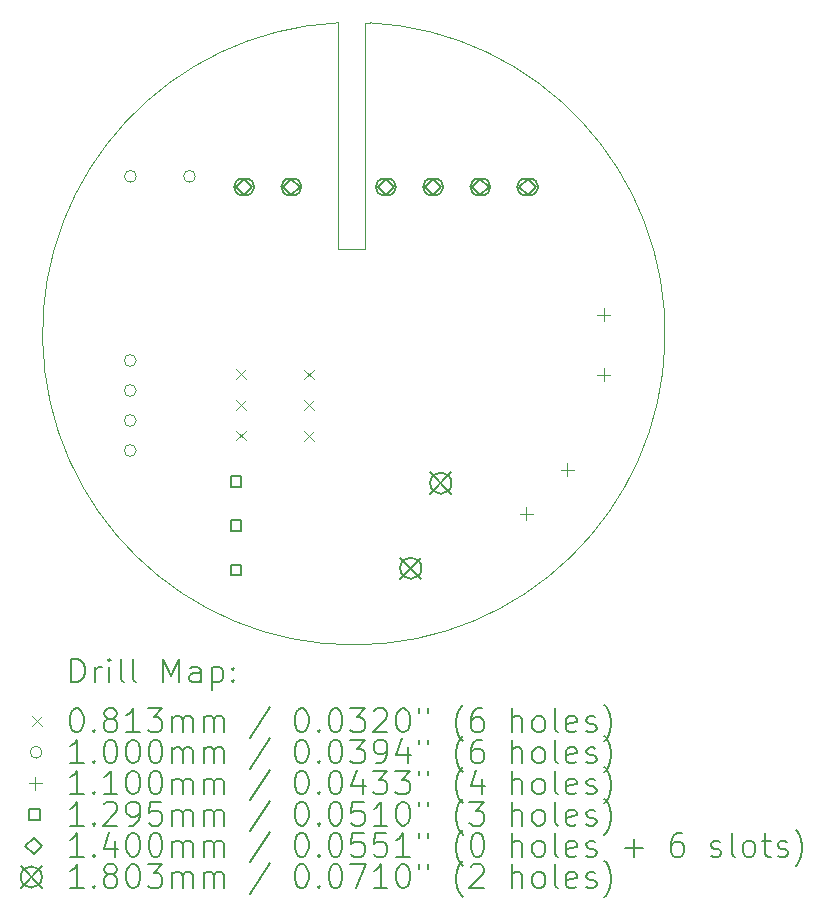
<source format=gbr>
%TF.GenerationSoftware,KiCad,Pcbnew,7.0.1-3b83917a11~172~ubuntu20.04.1*%
%TF.CreationDate,2023-03-21T14:03:12+01:00*%
%TF.ProjectId,220AC-mini-C3-board,32323041-432d-46d6-996e-692d43332d62,rev?*%
%TF.SameCoordinates,Original*%
%TF.FileFunction,Drillmap*%
%TF.FilePolarity,Positive*%
%FSLAX45Y45*%
G04 Gerber Fmt 4.5, Leading zero omitted, Abs format (unit mm)*
G04 Created by KiCad (PCBNEW 7.0.1-3b83917a11~172~ubuntu20.04.1) date 2023-03-21 14:03:12*
%MOMM*%
%LPD*%
G01*
G04 APERTURE LIST*
%ADD10C,0.100000*%
%ADD11C,0.200000*%
%ADD12C,0.081280*%
%ADD13C,0.110000*%
%ADD14C,0.129540*%
%ADD15C,0.140000*%
%ADD16C,0.180340*%
G04 APERTURE END LIST*
D10*
X13523000Y-7818120D02*
X13523000Y-5902000D01*
X13523000Y-5902000D02*
G75*
G03*
X13788918Y-5902206I130918J-2632206D01*
G01*
X13750000Y-5902206D02*
X13750000Y-7818120D01*
X13750000Y-7818120D02*
X13523000Y-7818120D01*
X13788918Y-5902206D02*
X13750000Y-5902206D01*
D11*
D12*
X12659360Y-8837360D02*
X12740640Y-8918640D01*
X12740640Y-8837360D02*
X12659360Y-8918640D01*
X12659360Y-9097360D02*
X12740640Y-9178640D01*
X12740640Y-9097360D02*
X12659360Y-9178640D01*
X12659360Y-9357360D02*
X12740640Y-9438640D01*
X12740640Y-9357360D02*
X12659360Y-9438640D01*
X13235360Y-8839360D02*
X13316640Y-8920640D01*
X13316640Y-8839360D02*
X13235360Y-8920640D01*
X13235360Y-9099360D02*
X13316640Y-9180640D01*
X13316640Y-9099360D02*
X13235360Y-9180640D01*
X13235360Y-9359360D02*
X13316640Y-9440640D01*
X13316640Y-9359360D02*
X13235360Y-9440640D01*
D10*
X11810500Y-8762000D02*
G75*
G03*
X11810500Y-8762000I-50000J0D01*
G01*
X11810500Y-9016000D02*
G75*
G03*
X11810500Y-9016000I-50000J0D01*
G01*
X11810500Y-9270000D02*
G75*
G03*
X11810500Y-9270000I-50000J0D01*
G01*
X11810500Y-9524000D02*
G75*
G03*
X11810500Y-9524000I-50000J0D01*
G01*
X11812232Y-7203000D02*
G75*
G03*
X11812232Y-7203000I-50000J0D01*
G01*
X12312232Y-7203000D02*
G75*
G03*
X12312232Y-7203000I-50000J0D01*
G01*
D13*
X15113772Y-10003764D02*
X15113772Y-10113764D01*
X15058772Y-10058764D02*
X15168772Y-10058764D01*
X15460228Y-9632236D02*
X15460228Y-9742236D01*
X15405228Y-9687236D02*
X15515228Y-9687236D01*
X15770000Y-8321000D02*
X15770000Y-8431000D01*
X15715000Y-8376000D02*
X15825000Y-8376000D01*
X15770000Y-8829000D02*
X15770000Y-8939000D01*
X15715000Y-8884000D02*
X15825000Y-8884000D01*
D14*
X12702800Y-9830800D02*
X12702800Y-9739200D01*
X12611200Y-9739200D01*
X12611200Y-9830800D01*
X12702800Y-9830800D01*
X12702800Y-10205800D02*
X12702800Y-10114200D01*
X12611200Y-10114200D01*
X12611200Y-10205800D01*
X12702800Y-10205800D01*
X12702800Y-10580800D02*
X12702800Y-10489200D01*
X12611200Y-10489200D01*
X12611200Y-10580800D01*
X12702800Y-10580800D01*
D15*
X12725000Y-7362000D02*
X12795000Y-7292000D01*
X12725000Y-7222000D01*
X12655000Y-7292000D01*
X12725000Y-7362000D01*
D11*
X12740000Y-7222000D02*
X12710000Y-7222000D01*
X12710000Y-7222000D02*
G75*
G03*
X12710000Y-7362000I0J-70000D01*
G01*
X12710000Y-7362000D02*
X12740000Y-7362000D01*
X12740000Y-7362000D02*
G75*
G03*
X12740000Y-7222000I0J70000D01*
G01*
D15*
X13125000Y-7362000D02*
X13195000Y-7292000D01*
X13125000Y-7222000D01*
X13055000Y-7292000D01*
X13125000Y-7362000D01*
D11*
X13140000Y-7222000D02*
X13110000Y-7222000D01*
X13110000Y-7222000D02*
G75*
G03*
X13110000Y-7362000I0J-70000D01*
G01*
X13110000Y-7362000D02*
X13140000Y-7362000D01*
X13140000Y-7362000D02*
G75*
G03*
X13140000Y-7222000I0J70000D01*
G01*
D15*
X13925000Y-7362000D02*
X13995000Y-7292000D01*
X13925000Y-7222000D01*
X13855000Y-7292000D01*
X13925000Y-7362000D01*
D11*
X13940000Y-7222000D02*
X13910000Y-7222000D01*
X13910000Y-7222000D02*
G75*
G03*
X13910000Y-7362000I0J-70000D01*
G01*
X13910000Y-7362000D02*
X13940000Y-7362000D01*
X13940000Y-7362000D02*
G75*
G03*
X13940000Y-7222000I0J70000D01*
G01*
D15*
X14325000Y-7362000D02*
X14395000Y-7292000D01*
X14325000Y-7222000D01*
X14255000Y-7292000D01*
X14325000Y-7362000D01*
D11*
X14340000Y-7222000D02*
X14310000Y-7222000D01*
X14310000Y-7222000D02*
G75*
G03*
X14310000Y-7362000I0J-70000D01*
G01*
X14310000Y-7362000D02*
X14340000Y-7362000D01*
X14340000Y-7362000D02*
G75*
G03*
X14340000Y-7222000I0J70000D01*
G01*
D15*
X14725000Y-7362000D02*
X14795000Y-7292000D01*
X14725000Y-7222000D01*
X14655000Y-7292000D01*
X14725000Y-7362000D01*
D11*
X14740000Y-7222000D02*
X14710000Y-7222000D01*
X14710000Y-7222000D02*
G75*
G03*
X14710000Y-7362000I0J-70000D01*
G01*
X14710000Y-7362000D02*
X14740000Y-7362000D01*
X14740000Y-7362000D02*
G75*
G03*
X14740000Y-7222000I0J70000D01*
G01*
D15*
X15125000Y-7362000D02*
X15195000Y-7292000D01*
X15125000Y-7222000D01*
X15055000Y-7292000D01*
X15125000Y-7362000D01*
D11*
X15144000Y-7222000D02*
X15106000Y-7222000D01*
X15106000Y-7222000D02*
G75*
G03*
X15106000Y-7362000I0J-70000D01*
G01*
X15106000Y-7362000D02*
X15144000Y-7362000D01*
X15144000Y-7362000D02*
G75*
G03*
X15144000Y-7222000I0J70000D01*
G01*
D16*
X14046130Y-10429830D02*
X14226470Y-10610170D01*
X14226470Y-10429830D02*
X14046130Y-10610170D01*
X14226470Y-10520000D02*
G75*
G03*
X14226470Y-10520000I-90170J0D01*
G01*
X14300130Y-9709830D02*
X14480470Y-9890170D01*
X14480470Y-9709830D02*
X14300130Y-9890170D01*
X14480470Y-9800000D02*
G75*
G03*
X14480470Y-9800000I-90170J0D01*
G01*
D11*
X11261077Y-11487190D02*
X11261077Y-11287190D01*
X11261077Y-11287190D02*
X11308696Y-11287190D01*
X11308696Y-11287190D02*
X11337268Y-11296714D01*
X11337268Y-11296714D02*
X11356315Y-11315761D01*
X11356315Y-11315761D02*
X11365839Y-11334809D01*
X11365839Y-11334809D02*
X11375363Y-11372904D01*
X11375363Y-11372904D02*
X11375363Y-11401476D01*
X11375363Y-11401476D02*
X11365839Y-11439571D01*
X11365839Y-11439571D02*
X11356315Y-11458618D01*
X11356315Y-11458618D02*
X11337268Y-11477666D01*
X11337268Y-11477666D02*
X11308696Y-11487190D01*
X11308696Y-11487190D02*
X11261077Y-11487190D01*
X11461077Y-11487190D02*
X11461077Y-11353856D01*
X11461077Y-11391952D02*
X11470601Y-11372904D01*
X11470601Y-11372904D02*
X11480125Y-11363380D01*
X11480125Y-11363380D02*
X11499172Y-11353856D01*
X11499172Y-11353856D02*
X11518220Y-11353856D01*
X11584887Y-11487190D02*
X11584887Y-11353856D01*
X11584887Y-11287190D02*
X11575363Y-11296714D01*
X11575363Y-11296714D02*
X11584887Y-11306237D01*
X11584887Y-11306237D02*
X11594410Y-11296714D01*
X11594410Y-11296714D02*
X11584887Y-11287190D01*
X11584887Y-11287190D02*
X11584887Y-11306237D01*
X11708696Y-11487190D02*
X11689648Y-11477666D01*
X11689648Y-11477666D02*
X11680125Y-11458618D01*
X11680125Y-11458618D02*
X11680125Y-11287190D01*
X11813458Y-11487190D02*
X11794410Y-11477666D01*
X11794410Y-11477666D02*
X11784887Y-11458618D01*
X11784887Y-11458618D02*
X11784887Y-11287190D01*
X12042029Y-11487190D02*
X12042029Y-11287190D01*
X12042029Y-11287190D02*
X12108696Y-11430047D01*
X12108696Y-11430047D02*
X12175363Y-11287190D01*
X12175363Y-11287190D02*
X12175363Y-11487190D01*
X12356315Y-11487190D02*
X12356315Y-11382428D01*
X12356315Y-11382428D02*
X12346791Y-11363380D01*
X12346791Y-11363380D02*
X12327744Y-11353856D01*
X12327744Y-11353856D02*
X12289648Y-11353856D01*
X12289648Y-11353856D02*
X12270601Y-11363380D01*
X12356315Y-11477666D02*
X12337268Y-11487190D01*
X12337268Y-11487190D02*
X12289648Y-11487190D01*
X12289648Y-11487190D02*
X12270601Y-11477666D01*
X12270601Y-11477666D02*
X12261077Y-11458618D01*
X12261077Y-11458618D02*
X12261077Y-11439571D01*
X12261077Y-11439571D02*
X12270601Y-11420523D01*
X12270601Y-11420523D02*
X12289648Y-11410999D01*
X12289648Y-11410999D02*
X12337268Y-11410999D01*
X12337268Y-11410999D02*
X12356315Y-11401476D01*
X12451553Y-11353856D02*
X12451553Y-11553856D01*
X12451553Y-11363380D02*
X12470601Y-11353856D01*
X12470601Y-11353856D02*
X12508696Y-11353856D01*
X12508696Y-11353856D02*
X12527744Y-11363380D01*
X12527744Y-11363380D02*
X12537268Y-11372904D01*
X12537268Y-11372904D02*
X12546791Y-11391952D01*
X12546791Y-11391952D02*
X12546791Y-11449095D01*
X12546791Y-11449095D02*
X12537268Y-11468142D01*
X12537268Y-11468142D02*
X12527744Y-11477666D01*
X12527744Y-11477666D02*
X12508696Y-11487190D01*
X12508696Y-11487190D02*
X12470601Y-11487190D01*
X12470601Y-11487190D02*
X12451553Y-11477666D01*
X12632506Y-11468142D02*
X12642029Y-11477666D01*
X12642029Y-11477666D02*
X12632506Y-11487190D01*
X12632506Y-11487190D02*
X12622982Y-11477666D01*
X12622982Y-11477666D02*
X12632506Y-11468142D01*
X12632506Y-11468142D02*
X12632506Y-11487190D01*
X12632506Y-11363380D02*
X12642029Y-11372904D01*
X12642029Y-11372904D02*
X12632506Y-11382428D01*
X12632506Y-11382428D02*
X12622982Y-11372904D01*
X12622982Y-11372904D02*
X12632506Y-11363380D01*
X12632506Y-11363380D02*
X12632506Y-11382428D01*
D12*
X10932178Y-11774026D02*
X11013458Y-11855306D01*
X11013458Y-11774026D02*
X10932178Y-11855306D01*
D11*
X11299172Y-11707190D02*
X11318220Y-11707190D01*
X11318220Y-11707190D02*
X11337268Y-11716714D01*
X11337268Y-11716714D02*
X11346791Y-11726237D01*
X11346791Y-11726237D02*
X11356315Y-11745285D01*
X11356315Y-11745285D02*
X11365839Y-11783380D01*
X11365839Y-11783380D02*
X11365839Y-11830999D01*
X11365839Y-11830999D02*
X11356315Y-11869095D01*
X11356315Y-11869095D02*
X11346791Y-11888142D01*
X11346791Y-11888142D02*
X11337268Y-11897666D01*
X11337268Y-11897666D02*
X11318220Y-11907190D01*
X11318220Y-11907190D02*
X11299172Y-11907190D01*
X11299172Y-11907190D02*
X11280125Y-11897666D01*
X11280125Y-11897666D02*
X11270601Y-11888142D01*
X11270601Y-11888142D02*
X11261077Y-11869095D01*
X11261077Y-11869095D02*
X11251553Y-11830999D01*
X11251553Y-11830999D02*
X11251553Y-11783380D01*
X11251553Y-11783380D02*
X11261077Y-11745285D01*
X11261077Y-11745285D02*
X11270601Y-11726237D01*
X11270601Y-11726237D02*
X11280125Y-11716714D01*
X11280125Y-11716714D02*
X11299172Y-11707190D01*
X11451553Y-11888142D02*
X11461077Y-11897666D01*
X11461077Y-11897666D02*
X11451553Y-11907190D01*
X11451553Y-11907190D02*
X11442029Y-11897666D01*
X11442029Y-11897666D02*
X11451553Y-11888142D01*
X11451553Y-11888142D02*
X11451553Y-11907190D01*
X11575363Y-11792904D02*
X11556315Y-11783380D01*
X11556315Y-11783380D02*
X11546791Y-11773856D01*
X11546791Y-11773856D02*
X11537268Y-11754809D01*
X11537268Y-11754809D02*
X11537268Y-11745285D01*
X11537268Y-11745285D02*
X11546791Y-11726237D01*
X11546791Y-11726237D02*
X11556315Y-11716714D01*
X11556315Y-11716714D02*
X11575363Y-11707190D01*
X11575363Y-11707190D02*
X11613458Y-11707190D01*
X11613458Y-11707190D02*
X11632506Y-11716714D01*
X11632506Y-11716714D02*
X11642029Y-11726237D01*
X11642029Y-11726237D02*
X11651553Y-11745285D01*
X11651553Y-11745285D02*
X11651553Y-11754809D01*
X11651553Y-11754809D02*
X11642029Y-11773856D01*
X11642029Y-11773856D02*
X11632506Y-11783380D01*
X11632506Y-11783380D02*
X11613458Y-11792904D01*
X11613458Y-11792904D02*
X11575363Y-11792904D01*
X11575363Y-11792904D02*
X11556315Y-11802428D01*
X11556315Y-11802428D02*
X11546791Y-11811952D01*
X11546791Y-11811952D02*
X11537268Y-11830999D01*
X11537268Y-11830999D02*
X11537268Y-11869095D01*
X11537268Y-11869095D02*
X11546791Y-11888142D01*
X11546791Y-11888142D02*
X11556315Y-11897666D01*
X11556315Y-11897666D02*
X11575363Y-11907190D01*
X11575363Y-11907190D02*
X11613458Y-11907190D01*
X11613458Y-11907190D02*
X11632506Y-11897666D01*
X11632506Y-11897666D02*
X11642029Y-11888142D01*
X11642029Y-11888142D02*
X11651553Y-11869095D01*
X11651553Y-11869095D02*
X11651553Y-11830999D01*
X11651553Y-11830999D02*
X11642029Y-11811952D01*
X11642029Y-11811952D02*
X11632506Y-11802428D01*
X11632506Y-11802428D02*
X11613458Y-11792904D01*
X11842029Y-11907190D02*
X11727744Y-11907190D01*
X11784887Y-11907190D02*
X11784887Y-11707190D01*
X11784887Y-11707190D02*
X11765839Y-11735761D01*
X11765839Y-11735761D02*
X11746791Y-11754809D01*
X11746791Y-11754809D02*
X11727744Y-11764333D01*
X11908696Y-11707190D02*
X12032506Y-11707190D01*
X12032506Y-11707190D02*
X11965839Y-11783380D01*
X11965839Y-11783380D02*
X11994410Y-11783380D01*
X11994410Y-11783380D02*
X12013458Y-11792904D01*
X12013458Y-11792904D02*
X12022982Y-11802428D01*
X12022982Y-11802428D02*
X12032506Y-11821476D01*
X12032506Y-11821476D02*
X12032506Y-11869095D01*
X12032506Y-11869095D02*
X12022982Y-11888142D01*
X12022982Y-11888142D02*
X12013458Y-11897666D01*
X12013458Y-11897666D02*
X11994410Y-11907190D01*
X11994410Y-11907190D02*
X11937268Y-11907190D01*
X11937268Y-11907190D02*
X11918220Y-11897666D01*
X11918220Y-11897666D02*
X11908696Y-11888142D01*
X12118220Y-11907190D02*
X12118220Y-11773856D01*
X12118220Y-11792904D02*
X12127744Y-11783380D01*
X12127744Y-11783380D02*
X12146791Y-11773856D01*
X12146791Y-11773856D02*
X12175363Y-11773856D01*
X12175363Y-11773856D02*
X12194410Y-11783380D01*
X12194410Y-11783380D02*
X12203934Y-11802428D01*
X12203934Y-11802428D02*
X12203934Y-11907190D01*
X12203934Y-11802428D02*
X12213458Y-11783380D01*
X12213458Y-11783380D02*
X12232506Y-11773856D01*
X12232506Y-11773856D02*
X12261077Y-11773856D01*
X12261077Y-11773856D02*
X12280125Y-11783380D01*
X12280125Y-11783380D02*
X12289649Y-11802428D01*
X12289649Y-11802428D02*
X12289649Y-11907190D01*
X12384887Y-11907190D02*
X12384887Y-11773856D01*
X12384887Y-11792904D02*
X12394410Y-11783380D01*
X12394410Y-11783380D02*
X12413458Y-11773856D01*
X12413458Y-11773856D02*
X12442030Y-11773856D01*
X12442030Y-11773856D02*
X12461077Y-11783380D01*
X12461077Y-11783380D02*
X12470601Y-11802428D01*
X12470601Y-11802428D02*
X12470601Y-11907190D01*
X12470601Y-11802428D02*
X12480125Y-11783380D01*
X12480125Y-11783380D02*
X12499172Y-11773856D01*
X12499172Y-11773856D02*
X12527744Y-11773856D01*
X12527744Y-11773856D02*
X12546791Y-11783380D01*
X12546791Y-11783380D02*
X12556315Y-11802428D01*
X12556315Y-11802428D02*
X12556315Y-11907190D01*
X12946791Y-11697666D02*
X12775363Y-11954809D01*
X13203934Y-11707190D02*
X13222982Y-11707190D01*
X13222982Y-11707190D02*
X13242030Y-11716714D01*
X13242030Y-11716714D02*
X13251553Y-11726237D01*
X13251553Y-11726237D02*
X13261077Y-11745285D01*
X13261077Y-11745285D02*
X13270601Y-11783380D01*
X13270601Y-11783380D02*
X13270601Y-11830999D01*
X13270601Y-11830999D02*
X13261077Y-11869095D01*
X13261077Y-11869095D02*
X13251553Y-11888142D01*
X13251553Y-11888142D02*
X13242030Y-11897666D01*
X13242030Y-11897666D02*
X13222982Y-11907190D01*
X13222982Y-11907190D02*
X13203934Y-11907190D01*
X13203934Y-11907190D02*
X13184887Y-11897666D01*
X13184887Y-11897666D02*
X13175363Y-11888142D01*
X13175363Y-11888142D02*
X13165839Y-11869095D01*
X13165839Y-11869095D02*
X13156315Y-11830999D01*
X13156315Y-11830999D02*
X13156315Y-11783380D01*
X13156315Y-11783380D02*
X13165839Y-11745285D01*
X13165839Y-11745285D02*
X13175363Y-11726237D01*
X13175363Y-11726237D02*
X13184887Y-11716714D01*
X13184887Y-11716714D02*
X13203934Y-11707190D01*
X13356315Y-11888142D02*
X13365839Y-11897666D01*
X13365839Y-11897666D02*
X13356315Y-11907190D01*
X13356315Y-11907190D02*
X13346792Y-11897666D01*
X13346792Y-11897666D02*
X13356315Y-11888142D01*
X13356315Y-11888142D02*
X13356315Y-11907190D01*
X13489649Y-11707190D02*
X13508696Y-11707190D01*
X13508696Y-11707190D02*
X13527744Y-11716714D01*
X13527744Y-11716714D02*
X13537268Y-11726237D01*
X13537268Y-11726237D02*
X13546792Y-11745285D01*
X13546792Y-11745285D02*
X13556315Y-11783380D01*
X13556315Y-11783380D02*
X13556315Y-11830999D01*
X13556315Y-11830999D02*
X13546792Y-11869095D01*
X13546792Y-11869095D02*
X13537268Y-11888142D01*
X13537268Y-11888142D02*
X13527744Y-11897666D01*
X13527744Y-11897666D02*
X13508696Y-11907190D01*
X13508696Y-11907190D02*
X13489649Y-11907190D01*
X13489649Y-11907190D02*
X13470601Y-11897666D01*
X13470601Y-11897666D02*
X13461077Y-11888142D01*
X13461077Y-11888142D02*
X13451553Y-11869095D01*
X13451553Y-11869095D02*
X13442030Y-11830999D01*
X13442030Y-11830999D02*
X13442030Y-11783380D01*
X13442030Y-11783380D02*
X13451553Y-11745285D01*
X13451553Y-11745285D02*
X13461077Y-11726237D01*
X13461077Y-11726237D02*
X13470601Y-11716714D01*
X13470601Y-11716714D02*
X13489649Y-11707190D01*
X13622982Y-11707190D02*
X13746792Y-11707190D01*
X13746792Y-11707190D02*
X13680125Y-11783380D01*
X13680125Y-11783380D02*
X13708696Y-11783380D01*
X13708696Y-11783380D02*
X13727744Y-11792904D01*
X13727744Y-11792904D02*
X13737268Y-11802428D01*
X13737268Y-11802428D02*
X13746792Y-11821476D01*
X13746792Y-11821476D02*
X13746792Y-11869095D01*
X13746792Y-11869095D02*
X13737268Y-11888142D01*
X13737268Y-11888142D02*
X13727744Y-11897666D01*
X13727744Y-11897666D02*
X13708696Y-11907190D01*
X13708696Y-11907190D02*
X13651553Y-11907190D01*
X13651553Y-11907190D02*
X13632506Y-11897666D01*
X13632506Y-11897666D02*
X13622982Y-11888142D01*
X13822982Y-11726237D02*
X13832506Y-11716714D01*
X13832506Y-11716714D02*
X13851553Y-11707190D01*
X13851553Y-11707190D02*
X13899173Y-11707190D01*
X13899173Y-11707190D02*
X13918220Y-11716714D01*
X13918220Y-11716714D02*
X13927744Y-11726237D01*
X13927744Y-11726237D02*
X13937268Y-11745285D01*
X13937268Y-11745285D02*
X13937268Y-11764333D01*
X13937268Y-11764333D02*
X13927744Y-11792904D01*
X13927744Y-11792904D02*
X13813458Y-11907190D01*
X13813458Y-11907190D02*
X13937268Y-11907190D01*
X14061077Y-11707190D02*
X14080125Y-11707190D01*
X14080125Y-11707190D02*
X14099173Y-11716714D01*
X14099173Y-11716714D02*
X14108696Y-11726237D01*
X14108696Y-11726237D02*
X14118220Y-11745285D01*
X14118220Y-11745285D02*
X14127744Y-11783380D01*
X14127744Y-11783380D02*
X14127744Y-11830999D01*
X14127744Y-11830999D02*
X14118220Y-11869095D01*
X14118220Y-11869095D02*
X14108696Y-11888142D01*
X14108696Y-11888142D02*
X14099173Y-11897666D01*
X14099173Y-11897666D02*
X14080125Y-11907190D01*
X14080125Y-11907190D02*
X14061077Y-11907190D01*
X14061077Y-11907190D02*
X14042030Y-11897666D01*
X14042030Y-11897666D02*
X14032506Y-11888142D01*
X14032506Y-11888142D02*
X14022982Y-11869095D01*
X14022982Y-11869095D02*
X14013458Y-11830999D01*
X14013458Y-11830999D02*
X14013458Y-11783380D01*
X14013458Y-11783380D02*
X14022982Y-11745285D01*
X14022982Y-11745285D02*
X14032506Y-11726237D01*
X14032506Y-11726237D02*
X14042030Y-11716714D01*
X14042030Y-11716714D02*
X14061077Y-11707190D01*
X14203934Y-11707190D02*
X14203934Y-11745285D01*
X14280125Y-11707190D02*
X14280125Y-11745285D01*
X14575363Y-11983380D02*
X14565839Y-11973856D01*
X14565839Y-11973856D02*
X14546792Y-11945285D01*
X14546792Y-11945285D02*
X14537268Y-11926237D01*
X14537268Y-11926237D02*
X14527744Y-11897666D01*
X14527744Y-11897666D02*
X14518220Y-11850047D01*
X14518220Y-11850047D02*
X14518220Y-11811952D01*
X14518220Y-11811952D02*
X14527744Y-11764333D01*
X14527744Y-11764333D02*
X14537268Y-11735761D01*
X14537268Y-11735761D02*
X14546792Y-11716714D01*
X14546792Y-11716714D02*
X14565839Y-11688142D01*
X14565839Y-11688142D02*
X14575363Y-11678618D01*
X14737268Y-11707190D02*
X14699173Y-11707190D01*
X14699173Y-11707190D02*
X14680125Y-11716714D01*
X14680125Y-11716714D02*
X14670601Y-11726237D01*
X14670601Y-11726237D02*
X14651554Y-11754809D01*
X14651554Y-11754809D02*
X14642030Y-11792904D01*
X14642030Y-11792904D02*
X14642030Y-11869095D01*
X14642030Y-11869095D02*
X14651554Y-11888142D01*
X14651554Y-11888142D02*
X14661077Y-11897666D01*
X14661077Y-11897666D02*
X14680125Y-11907190D01*
X14680125Y-11907190D02*
X14718220Y-11907190D01*
X14718220Y-11907190D02*
X14737268Y-11897666D01*
X14737268Y-11897666D02*
X14746792Y-11888142D01*
X14746792Y-11888142D02*
X14756315Y-11869095D01*
X14756315Y-11869095D02*
X14756315Y-11821476D01*
X14756315Y-11821476D02*
X14746792Y-11802428D01*
X14746792Y-11802428D02*
X14737268Y-11792904D01*
X14737268Y-11792904D02*
X14718220Y-11783380D01*
X14718220Y-11783380D02*
X14680125Y-11783380D01*
X14680125Y-11783380D02*
X14661077Y-11792904D01*
X14661077Y-11792904D02*
X14651554Y-11802428D01*
X14651554Y-11802428D02*
X14642030Y-11821476D01*
X14994411Y-11907190D02*
X14994411Y-11707190D01*
X15080125Y-11907190D02*
X15080125Y-11802428D01*
X15080125Y-11802428D02*
X15070601Y-11783380D01*
X15070601Y-11783380D02*
X15051554Y-11773856D01*
X15051554Y-11773856D02*
X15022982Y-11773856D01*
X15022982Y-11773856D02*
X15003935Y-11783380D01*
X15003935Y-11783380D02*
X14994411Y-11792904D01*
X15203935Y-11907190D02*
X15184887Y-11897666D01*
X15184887Y-11897666D02*
X15175363Y-11888142D01*
X15175363Y-11888142D02*
X15165839Y-11869095D01*
X15165839Y-11869095D02*
X15165839Y-11811952D01*
X15165839Y-11811952D02*
X15175363Y-11792904D01*
X15175363Y-11792904D02*
X15184887Y-11783380D01*
X15184887Y-11783380D02*
X15203935Y-11773856D01*
X15203935Y-11773856D02*
X15232506Y-11773856D01*
X15232506Y-11773856D02*
X15251554Y-11783380D01*
X15251554Y-11783380D02*
X15261077Y-11792904D01*
X15261077Y-11792904D02*
X15270601Y-11811952D01*
X15270601Y-11811952D02*
X15270601Y-11869095D01*
X15270601Y-11869095D02*
X15261077Y-11888142D01*
X15261077Y-11888142D02*
X15251554Y-11897666D01*
X15251554Y-11897666D02*
X15232506Y-11907190D01*
X15232506Y-11907190D02*
X15203935Y-11907190D01*
X15384887Y-11907190D02*
X15365839Y-11897666D01*
X15365839Y-11897666D02*
X15356316Y-11878618D01*
X15356316Y-11878618D02*
X15356316Y-11707190D01*
X15537268Y-11897666D02*
X15518220Y-11907190D01*
X15518220Y-11907190D02*
X15480125Y-11907190D01*
X15480125Y-11907190D02*
X15461077Y-11897666D01*
X15461077Y-11897666D02*
X15451554Y-11878618D01*
X15451554Y-11878618D02*
X15451554Y-11802428D01*
X15451554Y-11802428D02*
X15461077Y-11783380D01*
X15461077Y-11783380D02*
X15480125Y-11773856D01*
X15480125Y-11773856D02*
X15518220Y-11773856D01*
X15518220Y-11773856D02*
X15537268Y-11783380D01*
X15537268Y-11783380D02*
X15546792Y-11802428D01*
X15546792Y-11802428D02*
X15546792Y-11821476D01*
X15546792Y-11821476D02*
X15451554Y-11840523D01*
X15622982Y-11897666D02*
X15642030Y-11907190D01*
X15642030Y-11907190D02*
X15680125Y-11907190D01*
X15680125Y-11907190D02*
X15699173Y-11897666D01*
X15699173Y-11897666D02*
X15708697Y-11878618D01*
X15708697Y-11878618D02*
X15708697Y-11869095D01*
X15708697Y-11869095D02*
X15699173Y-11850047D01*
X15699173Y-11850047D02*
X15680125Y-11840523D01*
X15680125Y-11840523D02*
X15651554Y-11840523D01*
X15651554Y-11840523D02*
X15632506Y-11830999D01*
X15632506Y-11830999D02*
X15622982Y-11811952D01*
X15622982Y-11811952D02*
X15622982Y-11802428D01*
X15622982Y-11802428D02*
X15632506Y-11783380D01*
X15632506Y-11783380D02*
X15651554Y-11773856D01*
X15651554Y-11773856D02*
X15680125Y-11773856D01*
X15680125Y-11773856D02*
X15699173Y-11783380D01*
X15775363Y-11983380D02*
X15784887Y-11973856D01*
X15784887Y-11973856D02*
X15803935Y-11945285D01*
X15803935Y-11945285D02*
X15813458Y-11926237D01*
X15813458Y-11926237D02*
X15822982Y-11897666D01*
X15822982Y-11897666D02*
X15832506Y-11850047D01*
X15832506Y-11850047D02*
X15832506Y-11811952D01*
X15832506Y-11811952D02*
X15822982Y-11764333D01*
X15822982Y-11764333D02*
X15813458Y-11735761D01*
X15813458Y-11735761D02*
X15803935Y-11716714D01*
X15803935Y-11716714D02*
X15784887Y-11688142D01*
X15784887Y-11688142D02*
X15775363Y-11678618D01*
D10*
X11013458Y-12078666D02*
G75*
G03*
X11013458Y-12078666I-50000J0D01*
G01*
D11*
X11365839Y-12171190D02*
X11251553Y-12171190D01*
X11308696Y-12171190D02*
X11308696Y-11971190D01*
X11308696Y-11971190D02*
X11289648Y-11999761D01*
X11289648Y-11999761D02*
X11270601Y-12018809D01*
X11270601Y-12018809D02*
X11251553Y-12028333D01*
X11451553Y-12152142D02*
X11461077Y-12161666D01*
X11461077Y-12161666D02*
X11451553Y-12171190D01*
X11451553Y-12171190D02*
X11442029Y-12161666D01*
X11442029Y-12161666D02*
X11451553Y-12152142D01*
X11451553Y-12152142D02*
X11451553Y-12171190D01*
X11584887Y-11971190D02*
X11603934Y-11971190D01*
X11603934Y-11971190D02*
X11622982Y-11980714D01*
X11622982Y-11980714D02*
X11632506Y-11990237D01*
X11632506Y-11990237D02*
X11642029Y-12009285D01*
X11642029Y-12009285D02*
X11651553Y-12047380D01*
X11651553Y-12047380D02*
X11651553Y-12094999D01*
X11651553Y-12094999D02*
X11642029Y-12133095D01*
X11642029Y-12133095D02*
X11632506Y-12152142D01*
X11632506Y-12152142D02*
X11622982Y-12161666D01*
X11622982Y-12161666D02*
X11603934Y-12171190D01*
X11603934Y-12171190D02*
X11584887Y-12171190D01*
X11584887Y-12171190D02*
X11565839Y-12161666D01*
X11565839Y-12161666D02*
X11556315Y-12152142D01*
X11556315Y-12152142D02*
X11546791Y-12133095D01*
X11546791Y-12133095D02*
X11537268Y-12094999D01*
X11537268Y-12094999D02*
X11537268Y-12047380D01*
X11537268Y-12047380D02*
X11546791Y-12009285D01*
X11546791Y-12009285D02*
X11556315Y-11990237D01*
X11556315Y-11990237D02*
X11565839Y-11980714D01*
X11565839Y-11980714D02*
X11584887Y-11971190D01*
X11775363Y-11971190D02*
X11794410Y-11971190D01*
X11794410Y-11971190D02*
X11813458Y-11980714D01*
X11813458Y-11980714D02*
X11822982Y-11990237D01*
X11822982Y-11990237D02*
X11832506Y-12009285D01*
X11832506Y-12009285D02*
X11842029Y-12047380D01*
X11842029Y-12047380D02*
X11842029Y-12094999D01*
X11842029Y-12094999D02*
X11832506Y-12133095D01*
X11832506Y-12133095D02*
X11822982Y-12152142D01*
X11822982Y-12152142D02*
X11813458Y-12161666D01*
X11813458Y-12161666D02*
X11794410Y-12171190D01*
X11794410Y-12171190D02*
X11775363Y-12171190D01*
X11775363Y-12171190D02*
X11756315Y-12161666D01*
X11756315Y-12161666D02*
X11746791Y-12152142D01*
X11746791Y-12152142D02*
X11737268Y-12133095D01*
X11737268Y-12133095D02*
X11727744Y-12094999D01*
X11727744Y-12094999D02*
X11727744Y-12047380D01*
X11727744Y-12047380D02*
X11737268Y-12009285D01*
X11737268Y-12009285D02*
X11746791Y-11990237D01*
X11746791Y-11990237D02*
X11756315Y-11980714D01*
X11756315Y-11980714D02*
X11775363Y-11971190D01*
X11965839Y-11971190D02*
X11984887Y-11971190D01*
X11984887Y-11971190D02*
X12003934Y-11980714D01*
X12003934Y-11980714D02*
X12013458Y-11990237D01*
X12013458Y-11990237D02*
X12022982Y-12009285D01*
X12022982Y-12009285D02*
X12032506Y-12047380D01*
X12032506Y-12047380D02*
X12032506Y-12094999D01*
X12032506Y-12094999D02*
X12022982Y-12133095D01*
X12022982Y-12133095D02*
X12013458Y-12152142D01*
X12013458Y-12152142D02*
X12003934Y-12161666D01*
X12003934Y-12161666D02*
X11984887Y-12171190D01*
X11984887Y-12171190D02*
X11965839Y-12171190D01*
X11965839Y-12171190D02*
X11946791Y-12161666D01*
X11946791Y-12161666D02*
X11937268Y-12152142D01*
X11937268Y-12152142D02*
X11927744Y-12133095D01*
X11927744Y-12133095D02*
X11918220Y-12094999D01*
X11918220Y-12094999D02*
X11918220Y-12047380D01*
X11918220Y-12047380D02*
X11927744Y-12009285D01*
X11927744Y-12009285D02*
X11937268Y-11990237D01*
X11937268Y-11990237D02*
X11946791Y-11980714D01*
X11946791Y-11980714D02*
X11965839Y-11971190D01*
X12118220Y-12171190D02*
X12118220Y-12037856D01*
X12118220Y-12056904D02*
X12127744Y-12047380D01*
X12127744Y-12047380D02*
X12146791Y-12037856D01*
X12146791Y-12037856D02*
X12175363Y-12037856D01*
X12175363Y-12037856D02*
X12194410Y-12047380D01*
X12194410Y-12047380D02*
X12203934Y-12066428D01*
X12203934Y-12066428D02*
X12203934Y-12171190D01*
X12203934Y-12066428D02*
X12213458Y-12047380D01*
X12213458Y-12047380D02*
X12232506Y-12037856D01*
X12232506Y-12037856D02*
X12261077Y-12037856D01*
X12261077Y-12037856D02*
X12280125Y-12047380D01*
X12280125Y-12047380D02*
X12289649Y-12066428D01*
X12289649Y-12066428D02*
X12289649Y-12171190D01*
X12384887Y-12171190D02*
X12384887Y-12037856D01*
X12384887Y-12056904D02*
X12394410Y-12047380D01*
X12394410Y-12047380D02*
X12413458Y-12037856D01*
X12413458Y-12037856D02*
X12442030Y-12037856D01*
X12442030Y-12037856D02*
X12461077Y-12047380D01*
X12461077Y-12047380D02*
X12470601Y-12066428D01*
X12470601Y-12066428D02*
X12470601Y-12171190D01*
X12470601Y-12066428D02*
X12480125Y-12047380D01*
X12480125Y-12047380D02*
X12499172Y-12037856D01*
X12499172Y-12037856D02*
X12527744Y-12037856D01*
X12527744Y-12037856D02*
X12546791Y-12047380D01*
X12546791Y-12047380D02*
X12556315Y-12066428D01*
X12556315Y-12066428D02*
X12556315Y-12171190D01*
X12946791Y-11961666D02*
X12775363Y-12218809D01*
X13203934Y-11971190D02*
X13222982Y-11971190D01*
X13222982Y-11971190D02*
X13242030Y-11980714D01*
X13242030Y-11980714D02*
X13251553Y-11990237D01*
X13251553Y-11990237D02*
X13261077Y-12009285D01*
X13261077Y-12009285D02*
X13270601Y-12047380D01*
X13270601Y-12047380D02*
X13270601Y-12094999D01*
X13270601Y-12094999D02*
X13261077Y-12133095D01*
X13261077Y-12133095D02*
X13251553Y-12152142D01*
X13251553Y-12152142D02*
X13242030Y-12161666D01*
X13242030Y-12161666D02*
X13222982Y-12171190D01*
X13222982Y-12171190D02*
X13203934Y-12171190D01*
X13203934Y-12171190D02*
X13184887Y-12161666D01*
X13184887Y-12161666D02*
X13175363Y-12152142D01*
X13175363Y-12152142D02*
X13165839Y-12133095D01*
X13165839Y-12133095D02*
X13156315Y-12094999D01*
X13156315Y-12094999D02*
X13156315Y-12047380D01*
X13156315Y-12047380D02*
X13165839Y-12009285D01*
X13165839Y-12009285D02*
X13175363Y-11990237D01*
X13175363Y-11990237D02*
X13184887Y-11980714D01*
X13184887Y-11980714D02*
X13203934Y-11971190D01*
X13356315Y-12152142D02*
X13365839Y-12161666D01*
X13365839Y-12161666D02*
X13356315Y-12171190D01*
X13356315Y-12171190D02*
X13346792Y-12161666D01*
X13346792Y-12161666D02*
X13356315Y-12152142D01*
X13356315Y-12152142D02*
X13356315Y-12171190D01*
X13489649Y-11971190D02*
X13508696Y-11971190D01*
X13508696Y-11971190D02*
X13527744Y-11980714D01*
X13527744Y-11980714D02*
X13537268Y-11990237D01*
X13537268Y-11990237D02*
X13546792Y-12009285D01*
X13546792Y-12009285D02*
X13556315Y-12047380D01*
X13556315Y-12047380D02*
X13556315Y-12094999D01*
X13556315Y-12094999D02*
X13546792Y-12133095D01*
X13546792Y-12133095D02*
X13537268Y-12152142D01*
X13537268Y-12152142D02*
X13527744Y-12161666D01*
X13527744Y-12161666D02*
X13508696Y-12171190D01*
X13508696Y-12171190D02*
X13489649Y-12171190D01*
X13489649Y-12171190D02*
X13470601Y-12161666D01*
X13470601Y-12161666D02*
X13461077Y-12152142D01*
X13461077Y-12152142D02*
X13451553Y-12133095D01*
X13451553Y-12133095D02*
X13442030Y-12094999D01*
X13442030Y-12094999D02*
X13442030Y-12047380D01*
X13442030Y-12047380D02*
X13451553Y-12009285D01*
X13451553Y-12009285D02*
X13461077Y-11990237D01*
X13461077Y-11990237D02*
X13470601Y-11980714D01*
X13470601Y-11980714D02*
X13489649Y-11971190D01*
X13622982Y-11971190D02*
X13746792Y-11971190D01*
X13746792Y-11971190D02*
X13680125Y-12047380D01*
X13680125Y-12047380D02*
X13708696Y-12047380D01*
X13708696Y-12047380D02*
X13727744Y-12056904D01*
X13727744Y-12056904D02*
X13737268Y-12066428D01*
X13737268Y-12066428D02*
X13746792Y-12085476D01*
X13746792Y-12085476D02*
X13746792Y-12133095D01*
X13746792Y-12133095D02*
X13737268Y-12152142D01*
X13737268Y-12152142D02*
X13727744Y-12161666D01*
X13727744Y-12161666D02*
X13708696Y-12171190D01*
X13708696Y-12171190D02*
X13651553Y-12171190D01*
X13651553Y-12171190D02*
X13632506Y-12161666D01*
X13632506Y-12161666D02*
X13622982Y-12152142D01*
X13842030Y-12171190D02*
X13880125Y-12171190D01*
X13880125Y-12171190D02*
X13899173Y-12161666D01*
X13899173Y-12161666D02*
X13908696Y-12152142D01*
X13908696Y-12152142D02*
X13927744Y-12123571D01*
X13927744Y-12123571D02*
X13937268Y-12085476D01*
X13937268Y-12085476D02*
X13937268Y-12009285D01*
X13937268Y-12009285D02*
X13927744Y-11990237D01*
X13927744Y-11990237D02*
X13918220Y-11980714D01*
X13918220Y-11980714D02*
X13899173Y-11971190D01*
X13899173Y-11971190D02*
X13861077Y-11971190D01*
X13861077Y-11971190D02*
X13842030Y-11980714D01*
X13842030Y-11980714D02*
X13832506Y-11990237D01*
X13832506Y-11990237D02*
X13822982Y-12009285D01*
X13822982Y-12009285D02*
X13822982Y-12056904D01*
X13822982Y-12056904D02*
X13832506Y-12075952D01*
X13832506Y-12075952D02*
X13842030Y-12085476D01*
X13842030Y-12085476D02*
X13861077Y-12094999D01*
X13861077Y-12094999D02*
X13899173Y-12094999D01*
X13899173Y-12094999D02*
X13918220Y-12085476D01*
X13918220Y-12085476D02*
X13927744Y-12075952D01*
X13927744Y-12075952D02*
X13937268Y-12056904D01*
X14108696Y-12037856D02*
X14108696Y-12171190D01*
X14061077Y-11961666D02*
X14013458Y-12104523D01*
X14013458Y-12104523D02*
X14137268Y-12104523D01*
X14203934Y-11971190D02*
X14203934Y-12009285D01*
X14280125Y-11971190D02*
X14280125Y-12009285D01*
X14575363Y-12247380D02*
X14565839Y-12237856D01*
X14565839Y-12237856D02*
X14546792Y-12209285D01*
X14546792Y-12209285D02*
X14537268Y-12190237D01*
X14537268Y-12190237D02*
X14527744Y-12161666D01*
X14527744Y-12161666D02*
X14518220Y-12114047D01*
X14518220Y-12114047D02*
X14518220Y-12075952D01*
X14518220Y-12075952D02*
X14527744Y-12028333D01*
X14527744Y-12028333D02*
X14537268Y-11999761D01*
X14537268Y-11999761D02*
X14546792Y-11980714D01*
X14546792Y-11980714D02*
X14565839Y-11952142D01*
X14565839Y-11952142D02*
X14575363Y-11942618D01*
X14737268Y-11971190D02*
X14699173Y-11971190D01*
X14699173Y-11971190D02*
X14680125Y-11980714D01*
X14680125Y-11980714D02*
X14670601Y-11990237D01*
X14670601Y-11990237D02*
X14651554Y-12018809D01*
X14651554Y-12018809D02*
X14642030Y-12056904D01*
X14642030Y-12056904D02*
X14642030Y-12133095D01*
X14642030Y-12133095D02*
X14651554Y-12152142D01*
X14651554Y-12152142D02*
X14661077Y-12161666D01*
X14661077Y-12161666D02*
X14680125Y-12171190D01*
X14680125Y-12171190D02*
X14718220Y-12171190D01*
X14718220Y-12171190D02*
X14737268Y-12161666D01*
X14737268Y-12161666D02*
X14746792Y-12152142D01*
X14746792Y-12152142D02*
X14756315Y-12133095D01*
X14756315Y-12133095D02*
X14756315Y-12085476D01*
X14756315Y-12085476D02*
X14746792Y-12066428D01*
X14746792Y-12066428D02*
X14737268Y-12056904D01*
X14737268Y-12056904D02*
X14718220Y-12047380D01*
X14718220Y-12047380D02*
X14680125Y-12047380D01*
X14680125Y-12047380D02*
X14661077Y-12056904D01*
X14661077Y-12056904D02*
X14651554Y-12066428D01*
X14651554Y-12066428D02*
X14642030Y-12085476D01*
X14994411Y-12171190D02*
X14994411Y-11971190D01*
X15080125Y-12171190D02*
X15080125Y-12066428D01*
X15080125Y-12066428D02*
X15070601Y-12047380D01*
X15070601Y-12047380D02*
X15051554Y-12037856D01*
X15051554Y-12037856D02*
X15022982Y-12037856D01*
X15022982Y-12037856D02*
X15003935Y-12047380D01*
X15003935Y-12047380D02*
X14994411Y-12056904D01*
X15203935Y-12171190D02*
X15184887Y-12161666D01*
X15184887Y-12161666D02*
X15175363Y-12152142D01*
X15175363Y-12152142D02*
X15165839Y-12133095D01*
X15165839Y-12133095D02*
X15165839Y-12075952D01*
X15165839Y-12075952D02*
X15175363Y-12056904D01*
X15175363Y-12056904D02*
X15184887Y-12047380D01*
X15184887Y-12047380D02*
X15203935Y-12037856D01*
X15203935Y-12037856D02*
X15232506Y-12037856D01*
X15232506Y-12037856D02*
X15251554Y-12047380D01*
X15251554Y-12047380D02*
X15261077Y-12056904D01*
X15261077Y-12056904D02*
X15270601Y-12075952D01*
X15270601Y-12075952D02*
X15270601Y-12133095D01*
X15270601Y-12133095D02*
X15261077Y-12152142D01*
X15261077Y-12152142D02*
X15251554Y-12161666D01*
X15251554Y-12161666D02*
X15232506Y-12171190D01*
X15232506Y-12171190D02*
X15203935Y-12171190D01*
X15384887Y-12171190D02*
X15365839Y-12161666D01*
X15365839Y-12161666D02*
X15356316Y-12142618D01*
X15356316Y-12142618D02*
X15356316Y-11971190D01*
X15537268Y-12161666D02*
X15518220Y-12171190D01*
X15518220Y-12171190D02*
X15480125Y-12171190D01*
X15480125Y-12171190D02*
X15461077Y-12161666D01*
X15461077Y-12161666D02*
X15451554Y-12142618D01*
X15451554Y-12142618D02*
X15451554Y-12066428D01*
X15451554Y-12066428D02*
X15461077Y-12047380D01*
X15461077Y-12047380D02*
X15480125Y-12037856D01*
X15480125Y-12037856D02*
X15518220Y-12037856D01*
X15518220Y-12037856D02*
X15537268Y-12047380D01*
X15537268Y-12047380D02*
X15546792Y-12066428D01*
X15546792Y-12066428D02*
X15546792Y-12085476D01*
X15546792Y-12085476D02*
X15451554Y-12104523D01*
X15622982Y-12161666D02*
X15642030Y-12171190D01*
X15642030Y-12171190D02*
X15680125Y-12171190D01*
X15680125Y-12171190D02*
X15699173Y-12161666D01*
X15699173Y-12161666D02*
X15708697Y-12142618D01*
X15708697Y-12142618D02*
X15708697Y-12133095D01*
X15708697Y-12133095D02*
X15699173Y-12114047D01*
X15699173Y-12114047D02*
X15680125Y-12104523D01*
X15680125Y-12104523D02*
X15651554Y-12104523D01*
X15651554Y-12104523D02*
X15632506Y-12094999D01*
X15632506Y-12094999D02*
X15622982Y-12075952D01*
X15622982Y-12075952D02*
X15622982Y-12066428D01*
X15622982Y-12066428D02*
X15632506Y-12047380D01*
X15632506Y-12047380D02*
X15651554Y-12037856D01*
X15651554Y-12037856D02*
X15680125Y-12037856D01*
X15680125Y-12037856D02*
X15699173Y-12047380D01*
X15775363Y-12247380D02*
X15784887Y-12237856D01*
X15784887Y-12237856D02*
X15803935Y-12209285D01*
X15803935Y-12209285D02*
X15813458Y-12190237D01*
X15813458Y-12190237D02*
X15822982Y-12161666D01*
X15822982Y-12161666D02*
X15832506Y-12114047D01*
X15832506Y-12114047D02*
X15832506Y-12075952D01*
X15832506Y-12075952D02*
X15822982Y-12028333D01*
X15822982Y-12028333D02*
X15813458Y-11999761D01*
X15813458Y-11999761D02*
X15803935Y-11980714D01*
X15803935Y-11980714D02*
X15784887Y-11952142D01*
X15784887Y-11952142D02*
X15775363Y-11942618D01*
D13*
X10958458Y-12287666D02*
X10958458Y-12397666D01*
X10903458Y-12342666D02*
X11013458Y-12342666D01*
D11*
X11365839Y-12435190D02*
X11251553Y-12435190D01*
X11308696Y-12435190D02*
X11308696Y-12235190D01*
X11308696Y-12235190D02*
X11289648Y-12263761D01*
X11289648Y-12263761D02*
X11270601Y-12282809D01*
X11270601Y-12282809D02*
X11251553Y-12292333D01*
X11451553Y-12416142D02*
X11461077Y-12425666D01*
X11461077Y-12425666D02*
X11451553Y-12435190D01*
X11451553Y-12435190D02*
X11442029Y-12425666D01*
X11442029Y-12425666D02*
X11451553Y-12416142D01*
X11451553Y-12416142D02*
X11451553Y-12435190D01*
X11651553Y-12435190D02*
X11537268Y-12435190D01*
X11594410Y-12435190D02*
X11594410Y-12235190D01*
X11594410Y-12235190D02*
X11575363Y-12263761D01*
X11575363Y-12263761D02*
X11556315Y-12282809D01*
X11556315Y-12282809D02*
X11537268Y-12292333D01*
X11775363Y-12235190D02*
X11794410Y-12235190D01*
X11794410Y-12235190D02*
X11813458Y-12244714D01*
X11813458Y-12244714D02*
X11822982Y-12254237D01*
X11822982Y-12254237D02*
X11832506Y-12273285D01*
X11832506Y-12273285D02*
X11842029Y-12311380D01*
X11842029Y-12311380D02*
X11842029Y-12358999D01*
X11842029Y-12358999D02*
X11832506Y-12397095D01*
X11832506Y-12397095D02*
X11822982Y-12416142D01*
X11822982Y-12416142D02*
X11813458Y-12425666D01*
X11813458Y-12425666D02*
X11794410Y-12435190D01*
X11794410Y-12435190D02*
X11775363Y-12435190D01*
X11775363Y-12435190D02*
X11756315Y-12425666D01*
X11756315Y-12425666D02*
X11746791Y-12416142D01*
X11746791Y-12416142D02*
X11737268Y-12397095D01*
X11737268Y-12397095D02*
X11727744Y-12358999D01*
X11727744Y-12358999D02*
X11727744Y-12311380D01*
X11727744Y-12311380D02*
X11737268Y-12273285D01*
X11737268Y-12273285D02*
X11746791Y-12254237D01*
X11746791Y-12254237D02*
X11756315Y-12244714D01*
X11756315Y-12244714D02*
X11775363Y-12235190D01*
X11965839Y-12235190D02*
X11984887Y-12235190D01*
X11984887Y-12235190D02*
X12003934Y-12244714D01*
X12003934Y-12244714D02*
X12013458Y-12254237D01*
X12013458Y-12254237D02*
X12022982Y-12273285D01*
X12022982Y-12273285D02*
X12032506Y-12311380D01*
X12032506Y-12311380D02*
X12032506Y-12358999D01*
X12032506Y-12358999D02*
X12022982Y-12397095D01*
X12022982Y-12397095D02*
X12013458Y-12416142D01*
X12013458Y-12416142D02*
X12003934Y-12425666D01*
X12003934Y-12425666D02*
X11984887Y-12435190D01*
X11984887Y-12435190D02*
X11965839Y-12435190D01*
X11965839Y-12435190D02*
X11946791Y-12425666D01*
X11946791Y-12425666D02*
X11937268Y-12416142D01*
X11937268Y-12416142D02*
X11927744Y-12397095D01*
X11927744Y-12397095D02*
X11918220Y-12358999D01*
X11918220Y-12358999D02*
X11918220Y-12311380D01*
X11918220Y-12311380D02*
X11927744Y-12273285D01*
X11927744Y-12273285D02*
X11937268Y-12254237D01*
X11937268Y-12254237D02*
X11946791Y-12244714D01*
X11946791Y-12244714D02*
X11965839Y-12235190D01*
X12118220Y-12435190D02*
X12118220Y-12301856D01*
X12118220Y-12320904D02*
X12127744Y-12311380D01*
X12127744Y-12311380D02*
X12146791Y-12301856D01*
X12146791Y-12301856D02*
X12175363Y-12301856D01*
X12175363Y-12301856D02*
X12194410Y-12311380D01*
X12194410Y-12311380D02*
X12203934Y-12330428D01*
X12203934Y-12330428D02*
X12203934Y-12435190D01*
X12203934Y-12330428D02*
X12213458Y-12311380D01*
X12213458Y-12311380D02*
X12232506Y-12301856D01*
X12232506Y-12301856D02*
X12261077Y-12301856D01*
X12261077Y-12301856D02*
X12280125Y-12311380D01*
X12280125Y-12311380D02*
X12289649Y-12330428D01*
X12289649Y-12330428D02*
X12289649Y-12435190D01*
X12384887Y-12435190D02*
X12384887Y-12301856D01*
X12384887Y-12320904D02*
X12394410Y-12311380D01*
X12394410Y-12311380D02*
X12413458Y-12301856D01*
X12413458Y-12301856D02*
X12442030Y-12301856D01*
X12442030Y-12301856D02*
X12461077Y-12311380D01*
X12461077Y-12311380D02*
X12470601Y-12330428D01*
X12470601Y-12330428D02*
X12470601Y-12435190D01*
X12470601Y-12330428D02*
X12480125Y-12311380D01*
X12480125Y-12311380D02*
X12499172Y-12301856D01*
X12499172Y-12301856D02*
X12527744Y-12301856D01*
X12527744Y-12301856D02*
X12546791Y-12311380D01*
X12546791Y-12311380D02*
X12556315Y-12330428D01*
X12556315Y-12330428D02*
X12556315Y-12435190D01*
X12946791Y-12225666D02*
X12775363Y-12482809D01*
X13203934Y-12235190D02*
X13222982Y-12235190D01*
X13222982Y-12235190D02*
X13242030Y-12244714D01*
X13242030Y-12244714D02*
X13251553Y-12254237D01*
X13251553Y-12254237D02*
X13261077Y-12273285D01*
X13261077Y-12273285D02*
X13270601Y-12311380D01*
X13270601Y-12311380D02*
X13270601Y-12358999D01*
X13270601Y-12358999D02*
X13261077Y-12397095D01*
X13261077Y-12397095D02*
X13251553Y-12416142D01*
X13251553Y-12416142D02*
X13242030Y-12425666D01*
X13242030Y-12425666D02*
X13222982Y-12435190D01*
X13222982Y-12435190D02*
X13203934Y-12435190D01*
X13203934Y-12435190D02*
X13184887Y-12425666D01*
X13184887Y-12425666D02*
X13175363Y-12416142D01*
X13175363Y-12416142D02*
X13165839Y-12397095D01*
X13165839Y-12397095D02*
X13156315Y-12358999D01*
X13156315Y-12358999D02*
X13156315Y-12311380D01*
X13156315Y-12311380D02*
X13165839Y-12273285D01*
X13165839Y-12273285D02*
X13175363Y-12254237D01*
X13175363Y-12254237D02*
X13184887Y-12244714D01*
X13184887Y-12244714D02*
X13203934Y-12235190D01*
X13356315Y-12416142D02*
X13365839Y-12425666D01*
X13365839Y-12425666D02*
X13356315Y-12435190D01*
X13356315Y-12435190D02*
X13346792Y-12425666D01*
X13346792Y-12425666D02*
X13356315Y-12416142D01*
X13356315Y-12416142D02*
X13356315Y-12435190D01*
X13489649Y-12235190D02*
X13508696Y-12235190D01*
X13508696Y-12235190D02*
X13527744Y-12244714D01*
X13527744Y-12244714D02*
X13537268Y-12254237D01*
X13537268Y-12254237D02*
X13546792Y-12273285D01*
X13546792Y-12273285D02*
X13556315Y-12311380D01*
X13556315Y-12311380D02*
X13556315Y-12358999D01*
X13556315Y-12358999D02*
X13546792Y-12397095D01*
X13546792Y-12397095D02*
X13537268Y-12416142D01*
X13537268Y-12416142D02*
X13527744Y-12425666D01*
X13527744Y-12425666D02*
X13508696Y-12435190D01*
X13508696Y-12435190D02*
X13489649Y-12435190D01*
X13489649Y-12435190D02*
X13470601Y-12425666D01*
X13470601Y-12425666D02*
X13461077Y-12416142D01*
X13461077Y-12416142D02*
X13451553Y-12397095D01*
X13451553Y-12397095D02*
X13442030Y-12358999D01*
X13442030Y-12358999D02*
X13442030Y-12311380D01*
X13442030Y-12311380D02*
X13451553Y-12273285D01*
X13451553Y-12273285D02*
X13461077Y-12254237D01*
X13461077Y-12254237D02*
X13470601Y-12244714D01*
X13470601Y-12244714D02*
X13489649Y-12235190D01*
X13727744Y-12301856D02*
X13727744Y-12435190D01*
X13680125Y-12225666D02*
X13632506Y-12368523D01*
X13632506Y-12368523D02*
X13756315Y-12368523D01*
X13813458Y-12235190D02*
X13937268Y-12235190D01*
X13937268Y-12235190D02*
X13870601Y-12311380D01*
X13870601Y-12311380D02*
X13899173Y-12311380D01*
X13899173Y-12311380D02*
X13918220Y-12320904D01*
X13918220Y-12320904D02*
X13927744Y-12330428D01*
X13927744Y-12330428D02*
X13937268Y-12349476D01*
X13937268Y-12349476D02*
X13937268Y-12397095D01*
X13937268Y-12397095D02*
X13927744Y-12416142D01*
X13927744Y-12416142D02*
X13918220Y-12425666D01*
X13918220Y-12425666D02*
X13899173Y-12435190D01*
X13899173Y-12435190D02*
X13842030Y-12435190D01*
X13842030Y-12435190D02*
X13822982Y-12425666D01*
X13822982Y-12425666D02*
X13813458Y-12416142D01*
X14003934Y-12235190D02*
X14127744Y-12235190D01*
X14127744Y-12235190D02*
X14061077Y-12311380D01*
X14061077Y-12311380D02*
X14089649Y-12311380D01*
X14089649Y-12311380D02*
X14108696Y-12320904D01*
X14108696Y-12320904D02*
X14118220Y-12330428D01*
X14118220Y-12330428D02*
X14127744Y-12349476D01*
X14127744Y-12349476D02*
X14127744Y-12397095D01*
X14127744Y-12397095D02*
X14118220Y-12416142D01*
X14118220Y-12416142D02*
X14108696Y-12425666D01*
X14108696Y-12425666D02*
X14089649Y-12435190D01*
X14089649Y-12435190D02*
X14032506Y-12435190D01*
X14032506Y-12435190D02*
X14013458Y-12425666D01*
X14013458Y-12425666D02*
X14003934Y-12416142D01*
X14203934Y-12235190D02*
X14203934Y-12273285D01*
X14280125Y-12235190D02*
X14280125Y-12273285D01*
X14575363Y-12511380D02*
X14565839Y-12501856D01*
X14565839Y-12501856D02*
X14546792Y-12473285D01*
X14546792Y-12473285D02*
X14537268Y-12454237D01*
X14537268Y-12454237D02*
X14527744Y-12425666D01*
X14527744Y-12425666D02*
X14518220Y-12378047D01*
X14518220Y-12378047D02*
X14518220Y-12339952D01*
X14518220Y-12339952D02*
X14527744Y-12292333D01*
X14527744Y-12292333D02*
X14537268Y-12263761D01*
X14537268Y-12263761D02*
X14546792Y-12244714D01*
X14546792Y-12244714D02*
X14565839Y-12216142D01*
X14565839Y-12216142D02*
X14575363Y-12206618D01*
X14737268Y-12301856D02*
X14737268Y-12435190D01*
X14689649Y-12225666D02*
X14642030Y-12368523D01*
X14642030Y-12368523D02*
X14765839Y-12368523D01*
X14994411Y-12435190D02*
X14994411Y-12235190D01*
X15080125Y-12435190D02*
X15080125Y-12330428D01*
X15080125Y-12330428D02*
X15070601Y-12311380D01*
X15070601Y-12311380D02*
X15051554Y-12301856D01*
X15051554Y-12301856D02*
X15022982Y-12301856D01*
X15022982Y-12301856D02*
X15003935Y-12311380D01*
X15003935Y-12311380D02*
X14994411Y-12320904D01*
X15203935Y-12435190D02*
X15184887Y-12425666D01*
X15184887Y-12425666D02*
X15175363Y-12416142D01*
X15175363Y-12416142D02*
X15165839Y-12397095D01*
X15165839Y-12397095D02*
X15165839Y-12339952D01*
X15165839Y-12339952D02*
X15175363Y-12320904D01*
X15175363Y-12320904D02*
X15184887Y-12311380D01*
X15184887Y-12311380D02*
X15203935Y-12301856D01*
X15203935Y-12301856D02*
X15232506Y-12301856D01*
X15232506Y-12301856D02*
X15251554Y-12311380D01*
X15251554Y-12311380D02*
X15261077Y-12320904D01*
X15261077Y-12320904D02*
X15270601Y-12339952D01*
X15270601Y-12339952D02*
X15270601Y-12397095D01*
X15270601Y-12397095D02*
X15261077Y-12416142D01*
X15261077Y-12416142D02*
X15251554Y-12425666D01*
X15251554Y-12425666D02*
X15232506Y-12435190D01*
X15232506Y-12435190D02*
X15203935Y-12435190D01*
X15384887Y-12435190D02*
X15365839Y-12425666D01*
X15365839Y-12425666D02*
X15356316Y-12406618D01*
X15356316Y-12406618D02*
X15356316Y-12235190D01*
X15537268Y-12425666D02*
X15518220Y-12435190D01*
X15518220Y-12435190D02*
X15480125Y-12435190D01*
X15480125Y-12435190D02*
X15461077Y-12425666D01*
X15461077Y-12425666D02*
X15451554Y-12406618D01*
X15451554Y-12406618D02*
X15451554Y-12330428D01*
X15451554Y-12330428D02*
X15461077Y-12311380D01*
X15461077Y-12311380D02*
X15480125Y-12301856D01*
X15480125Y-12301856D02*
X15518220Y-12301856D01*
X15518220Y-12301856D02*
X15537268Y-12311380D01*
X15537268Y-12311380D02*
X15546792Y-12330428D01*
X15546792Y-12330428D02*
X15546792Y-12349476D01*
X15546792Y-12349476D02*
X15451554Y-12368523D01*
X15622982Y-12425666D02*
X15642030Y-12435190D01*
X15642030Y-12435190D02*
X15680125Y-12435190D01*
X15680125Y-12435190D02*
X15699173Y-12425666D01*
X15699173Y-12425666D02*
X15708697Y-12406618D01*
X15708697Y-12406618D02*
X15708697Y-12397095D01*
X15708697Y-12397095D02*
X15699173Y-12378047D01*
X15699173Y-12378047D02*
X15680125Y-12368523D01*
X15680125Y-12368523D02*
X15651554Y-12368523D01*
X15651554Y-12368523D02*
X15632506Y-12358999D01*
X15632506Y-12358999D02*
X15622982Y-12339952D01*
X15622982Y-12339952D02*
X15622982Y-12330428D01*
X15622982Y-12330428D02*
X15632506Y-12311380D01*
X15632506Y-12311380D02*
X15651554Y-12301856D01*
X15651554Y-12301856D02*
X15680125Y-12301856D01*
X15680125Y-12301856D02*
X15699173Y-12311380D01*
X15775363Y-12511380D02*
X15784887Y-12501856D01*
X15784887Y-12501856D02*
X15803935Y-12473285D01*
X15803935Y-12473285D02*
X15813458Y-12454237D01*
X15813458Y-12454237D02*
X15822982Y-12425666D01*
X15822982Y-12425666D02*
X15832506Y-12378047D01*
X15832506Y-12378047D02*
X15832506Y-12339952D01*
X15832506Y-12339952D02*
X15822982Y-12292333D01*
X15822982Y-12292333D02*
X15813458Y-12263761D01*
X15813458Y-12263761D02*
X15803935Y-12244714D01*
X15803935Y-12244714D02*
X15784887Y-12216142D01*
X15784887Y-12216142D02*
X15775363Y-12206618D01*
D14*
X10994488Y-12652466D02*
X10994488Y-12560866D01*
X10902888Y-12560866D01*
X10902888Y-12652466D01*
X10994488Y-12652466D01*
D11*
X11365839Y-12699190D02*
X11251553Y-12699190D01*
X11308696Y-12699190D02*
X11308696Y-12499190D01*
X11308696Y-12499190D02*
X11289648Y-12527761D01*
X11289648Y-12527761D02*
X11270601Y-12546809D01*
X11270601Y-12546809D02*
X11251553Y-12556333D01*
X11451553Y-12680142D02*
X11461077Y-12689666D01*
X11461077Y-12689666D02*
X11451553Y-12699190D01*
X11451553Y-12699190D02*
X11442029Y-12689666D01*
X11442029Y-12689666D02*
X11451553Y-12680142D01*
X11451553Y-12680142D02*
X11451553Y-12699190D01*
X11537268Y-12518237D02*
X11546791Y-12508714D01*
X11546791Y-12508714D02*
X11565839Y-12499190D01*
X11565839Y-12499190D02*
X11613458Y-12499190D01*
X11613458Y-12499190D02*
X11632506Y-12508714D01*
X11632506Y-12508714D02*
X11642029Y-12518237D01*
X11642029Y-12518237D02*
X11651553Y-12537285D01*
X11651553Y-12537285D02*
X11651553Y-12556333D01*
X11651553Y-12556333D02*
X11642029Y-12584904D01*
X11642029Y-12584904D02*
X11527744Y-12699190D01*
X11527744Y-12699190D02*
X11651553Y-12699190D01*
X11746791Y-12699190D02*
X11784887Y-12699190D01*
X11784887Y-12699190D02*
X11803934Y-12689666D01*
X11803934Y-12689666D02*
X11813458Y-12680142D01*
X11813458Y-12680142D02*
X11832506Y-12651571D01*
X11832506Y-12651571D02*
X11842029Y-12613476D01*
X11842029Y-12613476D02*
X11842029Y-12537285D01*
X11842029Y-12537285D02*
X11832506Y-12518237D01*
X11832506Y-12518237D02*
X11822982Y-12508714D01*
X11822982Y-12508714D02*
X11803934Y-12499190D01*
X11803934Y-12499190D02*
X11765839Y-12499190D01*
X11765839Y-12499190D02*
X11746791Y-12508714D01*
X11746791Y-12508714D02*
X11737268Y-12518237D01*
X11737268Y-12518237D02*
X11727744Y-12537285D01*
X11727744Y-12537285D02*
X11727744Y-12584904D01*
X11727744Y-12584904D02*
X11737268Y-12603952D01*
X11737268Y-12603952D02*
X11746791Y-12613476D01*
X11746791Y-12613476D02*
X11765839Y-12622999D01*
X11765839Y-12622999D02*
X11803934Y-12622999D01*
X11803934Y-12622999D02*
X11822982Y-12613476D01*
X11822982Y-12613476D02*
X11832506Y-12603952D01*
X11832506Y-12603952D02*
X11842029Y-12584904D01*
X12022982Y-12499190D02*
X11927744Y-12499190D01*
X11927744Y-12499190D02*
X11918220Y-12594428D01*
X11918220Y-12594428D02*
X11927744Y-12584904D01*
X11927744Y-12584904D02*
X11946791Y-12575380D01*
X11946791Y-12575380D02*
X11994410Y-12575380D01*
X11994410Y-12575380D02*
X12013458Y-12584904D01*
X12013458Y-12584904D02*
X12022982Y-12594428D01*
X12022982Y-12594428D02*
X12032506Y-12613476D01*
X12032506Y-12613476D02*
X12032506Y-12661095D01*
X12032506Y-12661095D02*
X12022982Y-12680142D01*
X12022982Y-12680142D02*
X12013458Y-12689666D01*
X12013458Y-12689666D02*
X11994410Y-12699190D01*
X11994410Y-12699190D02*
X11946791Y-12699190D01*
X11946791Y-12699190D02*
X11927744Y-12689666D01*
X11927744Y-12689666D02*
X11918220Y-12680142D01*
X12118220Y-12699190D02*
X12118220Y-12565856D01*
X12118220Y-12584904D02*
X12127744Y-12575380D01*
X12127744Y-12575380D02*
X12146791Y-12565856D01*
X12146791Y-12565856D02*
X12175363Y-12565856D01*
X12175363Y-12565856D02*
X12194410Y-12575380D01*
X12194410Y-12575380D02*
X12203934Y-12594428D01*
X12203934Y-12594428D02*
X12203934Y-12699190D01*
X12203934Y-12594428D02*
X12213458Y-12575380D01*
X12213458Y-12575380D02*
X12232506Y-12565856D01*
X12232506Y-12565856D02*
X12261077Y-12565856D01*
X12261077Y-12565856D02*
X12280125Y-12575380D01*
X12280125Y-12575380D02*
X12289649Y-12594428D01*
X12289649Y-12594428D02*
X12289649Y-12699190D01*
X12384887Y-12699190D02*
X12384887Y-12565856D01*
X12384887Y-12584904D02*
X12394410Y-12575380D01*
X12394410Y-12575380D02*
X12413458Y-12565856D01*
X12413458Y-12565856D02*
X12442030Y-12565856D01*
X12442030Y-12565856D02*
X12461077Y-12575380D01*
X12461077Y-12575380D02*
X12470601Y-12594428D01*
X12470601Y-12594428D02*
X12470601Y-12699190D01*
X12470601Y-12594428D02*
X12480125Y-12575380D01*
X12480125Y-12575380D02*
X12499172Y-12565856D01*
X12499172Y-12565856D02*
X12527744Y-12565856D01*
X12527744Y-12565856D02*
X12546791Y-12575380D01*
X12546791Y-12575380D02*
X12556315Y-12594428D01*
X12556315Y-12594428D02*
X12556315Y-12699190D01*
X12946791Y-12489666D02*
X12775363Y-12746809D01*
X13203934Y-12499190D02*
X13222982Y-12499190D01*
X13222982Y-12499190D02*
X13242030Y-12508714D01*
X13242030Y-12508714D02*
X13251553Y-12518237D01*
X13251553Y-12518237D02*
X13261077Y-12537285D01*
X13261077Y-12537285D02*
X13270601Y-12575380D01*
X13270601Y-12575380D02*
X13270601Y-12622999D01*
X13270601Y-12622999D02*
X13261077Y-12661095D01*
X13261077Y-12661095D02*
X13251553Y-12680142D01*
X13251553Y-12680142D02*
X13242030Y-12689666D01*
X13242030Y-12689666D02*
X13222982Y-12699190D01*
X13222982Y-12699190D02*
X13203934Y-12699190D01*
X13203934Y-12699190D02*
X13184887Y-12689666D01*
X13184887Y-12689666D02*
X13175363Y-12680142D01*
X13175363Y-12680142D02*
X13165839Y-12661095D01*
X13165839Y-12661095D02*
X13156315Y-12622999D01*
X13156315Y-12622999D02*
X13156315Y-12575380D01*
X13156315Y-12575380D02*
X13165839Y-12537285D01*
X13165839Y-12537285D02*
X13175363Y-12518237D01*
X13175363Y-12518237D02*
X13184887Y-12508714D01*
X13184887Y-12508714D02*
X13203934Y-12499190D01*
X13356315Y-12680142D02*
X13365839Y-12689666D01*
X13365839Y-12689666D02*
X13356315Y-12699190D01*
X13356315Y-12699190D02*
X13346792Y-12689666D01*
X13346792Y-12689666D02*
X13356315Y-12680142D01*
X13356315Y-12680142D02*
X13356315Y-12699190D01*
X13489649Y-12499190D02*
X13508696Y-12499190D01*
X13508696Y-12499190D02*
X13527744Y-12508714D01*
X13527744Y-12508714D02*
X13537268Y-12518237D01*
X13537268Y-12518237D02*
X13546792Y-12537285D01*
X13546792Y-12537285D02*
X13556315Y-12575380D01*
X13556315Y-12575380D02*
X13556315Y-12622999D01*
X13556315Y-12622999D02*
X13546792Y-12661095D01*
X13546792Y-12661095D02*
X13537268Y-12680142D01*
X13537268Y-12680142D02*
X13527744Y-12689666D01*
X13527744Y-12689666D02*
X13508696Y-12699190D01*
X13508696Y-12699190D02*
X13489649Y-12699190D01*
X13489649Y-12699190D02*
X13470601Y-12689666D01*
X13470601Y-12689666D02*
X13461077Y-12680142D01*
X13461077Y-12680142D02*
X13451553Y-12661095D01*
X13451553Y-12661095D02*
X13442030Y-12622999D01*
X13442030Y-12622999D02*
X13442030Y-12575380D01*
X13442030Y-12575380D02*
X13451553Y-12537285D01*
X13451553Y-12537285D02*
X13461077Y-12518237D01*
X13461077Y-12518237D02*
X13470601Y-12508714D01*
X13470601Y-12508714D02*
X13489649Y-12499190D01*
X13737268Y-12499190D02*
X13642030Y-12499190D01*
X13642030Y-12499190D02*
X13632506Y-12594428D01*
X13632506Y-12594428D02*
X13642030Y-12584904D01*
X13642030Y-12584904D02*
X13661077Y-12575380D01*
X13661077Y-12575380D02*
X13708696Y-12575380D01*
X13708696Y-12575380D02*
X13727744Y-12584904D01*
X13727744Y-12584904D02*
X13737268Y-12594428D01*
X13737268Y-12594428D02*
X13746792Y-12613476D01*
X13746792Y-12613476D02*
X13746792Y-12661095D01*
X13746792Y-12661095D02*
X13737268Y-12680142D01*
X13737268Y-12680142D02*
X13727744Y-12689666D01*
X13727744Y-12689666D02*
X13708696Y-12699190D01*
X13708696Y-12699190D02*
X13661077Y-12699190D01*
X13661077Y-12699190D02*
X13642030Y-12689666D01*
X13642030Y-12689666D02*
X13632506Y-12680142D01*
X13937268Y-12699190D02*
X13822982Y-12699190D01*
X13880125Y-12699190D02*
X13880125Y-12499190D01*
X13880125Y-12499190D02*
X13861077Y-12527761D01*
X13861077Y-12527761D02*
X13842030Y-12546809D01*
X13842030Y-12546809D02*
X13822982Y-12556333D01*
X14061077Y-12499190D02*
X14080125Y-12499190D01*
X14080125Y-12499190D02*
X14099173Y-12508714D01*
X14099173Y-12508714D02*
X14108696Y-12518237D01*
X14108696Y-12518237D02*
X14118220Y-12537285D01*
X14118220Y-12537285D02*
X14127744Y-12575380D01*
X14127744Y-12575380D02*
X14127744Y-12622999D01*
X14127744Y-12622999D02*
X14118220Y-12661095D01*
X14118220Y-12661095D02*
X14108696Y-12680142D01*
X14108696Y-12680142D02*
X14099173Y-12689666D01*
X14099173Y-12689666D02*
X14080125Y-12699190D01*
X14080125Y-12699190D02*
X14061077Y-12699190D01*
X14061077Y-12699190D02*
X14042030Y-12689666D01*
X14042030Y-12689666D02*
X14032506Y-12680142D01*
X14032506Y-12680142D02*
X14022982Y-12661095D01*
X14022982Y-12661095D02*
X14013458Y-12622999D01*
X14013458Y-12622999D02*
X14013458Y-12575380D01*
X14013458Y-12575380D02*
X14022982Y-12537285D01*
X14022982Y-12537285D02*
X14032506Y-12518237D01*
X14032506Y-12518237D02*
X14042030Y-12508714D01*
X14042030Y-12508714D02*
X14061077Y-12499190D01*
X14203934Y-12499190D02*
X14203934Y-12537285D01*
X14280125Y-12499190D02*
X14280125Y-12537285D01*
X14575363Y-12775380D02*
X14565839Y-12765856D01*
X14565839Y-12765856D02*
X14546792Y-12737285D01*
X14546792Y-12737285D02*
X14537268Y-12718237D01*
X14537268Y-12718237D02*
X14527744Y-12689666D01*
X14527744Y-12689666D02*
X14518220Y-12642047D01*
X14518220Y-12642047D02*
X14518220Y-12603952D01*
X14518220Y-12603952D02*
X14527744Y-12556333D01*
X14527744Y-12556333D02*
X14537268Y-12527761D01*
X14537268Y-12527761D02*
X14546792Y-12508714D01*
X14546792Y-12508714D02*
X14565839Y-12480142D01*
X14565839Y-12480142D02*
X14575363Y-12470618D01*
X14632506Y-12499190D02*
X14756315Y-12499190D01*
X14756315Y-12499190D02*
X14689649Y-12575380D01*
X14689649Y-12575380D02*
X14718220Y-12575380D01*
X14718220Y-12575380D02*
X14737268Y-12584904D01*
X14737268Y-12584904D02*
X14746792Y-12594428D01*
X14746792Y-12594428D02*
X14756315Y-12613476D01*
X14756315Y-12613476D02*
X14756315Y-12661095D01*
X14756315Y-12661095D02*
X14746792Y-12680142D01*
X14746792Y-12680142D02*
X14737268Y-12689666D01*
X14737268Y-12689666D02*
X14718220Y-12699190D01*
X14718220Y-12699190D02*
X14661077Y-12699190D01*
X14661077Y-12699190D02*
X14642030Y-12689666D01*
X14642030Y-12689666D02*
X14632506Y-12680142D01*
X14994411Y-12699190D02*
X14994411Y-12499190D01*
X15080125Y-12699190D02*
X15080125Y-12594428D01*
X15080125Y-12594428D02*
X15070601Y-12575380D01*
X15070601Y-12575380D02*
X15051554Y-12565856D01*
X15051554Y-12565856D02*
X15022982Y-12565856D01*
X15022982Y-12565856D02*
X15003935Y-12575380D01*
X15003935Y-12575380D02*
X14994411Y-12584904D01*
X15203935Y-12699190D02*
X15184887Y-12689666D01*
X15184887Y-12689666D02*
X15175363Y-12680142D01*
X15175363Y-12680142D02*
X15165839Y-12661095D01*
X15165839Y-12661095D02*
X15165839Y-12603952D01*
X15165839Y-12603952D02*
X15175363Y-12584904D01*
X15175363Y-12584904D02*
X15184887Y-12575380D01*
X15184887Y-12575380D02*
X15203935Y-12565856D01*
X15203935Y-12565856D02*
X15232506Y-12565856D01*
X15232506Y-12565856D02*
X15251554Y-12575380D01*
X15251554Y-12575380D02*
X15261077Y-12584904D01*
X15261077Y-12584904D02*
X15270601Y-12603952D01*
X15270601Y-12603952D02*
X15270601Y-12661095D01*
X15270601Y-12661095D02*
X15261077Y-12680142D01*
X15261077Y-12680142D02*
X15251554Y-12689666D01*
X15251554Y-12689666D02*
X15232506Y-12699190D01*
X15232506Y-12699190D02*
X15203935Y-12699190D01*
X15384887Y-12699190D02*
X15365839Y-12689666D01*
X15365839Y-12689666D02*
X15356316Y-12670618D01*
X15356316Y-12670618D02*
X15356316Y-12499190D01*
X15537268Y-12689666D02*
X15518220Y-12699190D01*
X15518220Y-12699190D02*
X15480125Y-12699190D01*
X15480125Y-12699190D02*
X15461077Y-12689666D01*
X15461077Y-12689666D02*
X15451554Y-12670618D01*
X15451554Y-12670618D02*
X15451554Y-12594428D01*
X15451554Y-12594428D02*
X15461077Y-12575380D01*
X15461077Y-12575380D02*
X15480125Y-12565856D01*
X15480125Y-12565856D02*
X15518220Y-12565856D01*
X15518220Y-12565856D02*
X15537268Y-12575380D01*
X15537268Y-12575380D02*
X15546792Y-12594428D01*
X15546792Y-12594428D02*
X15546792Y-12613476D01*
X15546792Y-12613476D02*
X15451554Y-12632523D01*
X15622982Y-12689666D02*
X15642030Y-12699190D01*
X15642030Y-12699190D02*
X15680125Y-12699190D01*
X15680125Y-12699190D02*
X15699173Y-12689666D01*
X15699173Y-12689666D02*
X15708697Y-12670618D01*
X15708697Y-12670618D02*
X15708697Y-12661095D01*
X15708697Y-12661095D02*
X15699173Y-12642047D01*
X15699173Y-12642047D02*
X15680125Y-12632523D01*
X15680125Y-12632523D02*
X15651554Y-12632523D01*
X15651554Y-12632523D02*
X15632506Y-12622999D01*
X15632506Y-12622999D02*
X15622982Y-12603952D01*
X15622982Y-12603952D02*
X15622982Y-12594428D01*
X15622982Y-12594428D02*
X15632506Y-12575380D01*
X15632506Y-12575380D02*
X15651554Y-12565856D01*
X15651554Y-12565856D02*
X15680125Y-12565856D01*
X15680125Y-12565856D02*
X15699173Y-12575380D01*
X15775363Y-12775380D02*
X15784887Y-12765856D01*
X15784887Y-12765856D02*
X15803935Y-12737285D01*
X15803935Y-12737285D02*
X15813458Y-12718237D01*
X15813458Y-12718237D02*
X15822982Y-12689666D01*
X15822982Y-12689666D02*
X15832506Y-12642047D01*
X15832506Y-12642047D02*
X15832506Y-12603952D01*
X15832506Y-12603952D02*
X15822982Y-12556333D01*
X15822982Y-12556333D02*
X15813458Y-12527761D01*
X15813458Y-12527761D02*
X15803935Y-12508714D01*
X15803935Y-12508714D02*
X15784887Y-12480142D01*
X15784887Y-12480142D02*
X15775363Y-12470618D01*
D15*
X10943458Y-12940666D02*
X11013458Y-12870666D01*
X10943458Y-12800666D01*
X10873458Y-12870666D01*
X10943458Y-12940666D01*
D11*
X11365839Y-12963190D02*
X11251553Y-12963190D01*
X11308696Y-12963190D02*
X11308696Y-12763190D01*
X11308696Y-12763190D02*
X11289648Y-12791761D01*
X11289648Y-12791761D02*
X11270601Y-12810809D01*
X11270601Y-12810809D02*
X11251553Y-12820333D01*
X11451553Y-12944142D02*
X11461077Y-12953666D01*
X11461077Y-12953666D02*
X11451553Y-12963190D01*
X11451553Y-12963190D02*
X11442029Y-12953666D01*
X11442029Y-12953666D02*
X11451553Y-12944142D01*
X11451553Y-12944142D02*
X11451553Y-12963190D01*
X11632506Y-12829856D02*
X11632506Y-12963190D01*
X11584887Y-12753666D02*
X11537268Y-12896523D01*
X11537268Y-12896523D02*
X11661077Y-12896523D01*
X11775363Y-12763190D02*
X11794410Y-12763190D01*
X11794410Y-12763190D02*
X11813458Y-12772714D01*
X11813458Y-12772714D02*
X11822982Y-12782237D01*
X11822982Y-12782237D02*
X11832506Y-12801285D01*
X11832506Y-12801285D02*
X11842029Y-12839380D01*
X11842029Y-12839380D02*
X11842029Y-12886999D01*
X11842029Y-12886999D02*
X11832506Y-12925095D01*
X11832506Y-12925095D02*
X11822982Y-12944142D01*
X11822982Y-12944142D02*
X11813458Y-12953666D01*
X11813458Y-12953666D02*
X11794410Y-12963190D01*
X11794410Y-12963190D02*
X11775363Y-12963190D01*
X11775363Y-12963190D02*
X11756315Y-12953666D01*
X11756315Y-12953666D02*
X11746791Y-12944142D01*
X11746791Y-12944142D02*
X11737268Y-12925095D01*
X11737268Y-12925095D02*
X11727744Y-12886999D01*
X11727744Y-12886999D02*
X11727744Y-12839380D01*
X11727744Y-12839380D02*
X11737268Y-12801285D01*
X11737268Y-12801285D02*
X11746791Y-12782237D01*
X11746791Y-12782237D02*
X11756315Y-12772714D01*
X11756315Y-12772714D02*
X11775363Y-12763190D01*
X11965839Y-12763190D02*
X11984887Y-12763190D01*
X11984887Y-12763190D02*
X12003934Y-12772714D01*
X12003934Y-12772714D02*
X12013458Y-12782237D01*
X12013458Y-12782237D02*
X12022982Y-12801285D01*
X12022982Y-12801285D02*
X12032506Y-12839380D01*
X12032506Y-12839380D02*
X12032506Y-12886999D01*
X12032506Y-12886999D02*
X12022982Y-12925095D01*
X12022982Y-12925095D02*
X12013458Y-12944142D01*
X12013458Y-12944142D02*
X12003934Y-12953666D01*
X12003934Y-12953666D02*
X11984887Y-12963190D01*
X11984887Y-12963190D02*
X11965839Y-12963190D01*
X11965839Y-12963190D02*
X11946791Y-12953666D01*
X11946791Y-12953666D02*
X11937268Y-12944142D01*
X11937268Y-12944142D02*
X11927744Y-12925095D01*
X11927744Y-12925095D02*
X11918220Y-12886999D01*
X11918220Y-12886999D02*
X11918220Y-12839380D01*
X11918220Y-12839380D02*
X11927744Y-12801285D01*
X11927744Y-12801285D02*
X11937268Y-12782237D01*
X11937268Y-12782237D02*
X11946791Y-12772714D01*
X11946791Y-12772714D02*
X11965839Y-12763190D01*
X12118220Y-12963190D02*
X12118220Y-12829856D01*
X12118220Y-12848904D02*
X12127744Y-12839380D01*
X12127744Y-12839380D02*
X12146791Y-12829856D01*
X12146791Y-12829856D02*
X12175363Y-12829856D01*
X12175363Y-12829856D02*
X12194410Y-12839380D01*
X12194410Y-12839380D02*
X12203934Y-12858428D01*
X12203934Y-12858428D02*
X12203934Y-12963190D01*
X12203934Y-12858428D02*
X12213458Y-12839380D01*
X12213458Y-12839380D02*
X12232506Y-12829856D01*
X12232506Y-12829856D02*
X12261077Y-12829856D01*
X12261077Y-12829856D02*
X12280125Y-12839380D01*
X12280125Y-12839380D02*
X12289649Y-12858428D01*
X12289649Y-12858428D02*
X12289649Y-12963190D01*
X12384887Y-12963190D02*
X12384887Y-12829856D01*
X12384887Y-12848904D02*
X12394410Y-12839380D01*
X12394410Y-12839380D02*
X12413458Y-12829856D01*
X12413458Y-12829856D02*
X12442030Y-12829856D01*
X12442030Y-12829856D02*
X12461077Y-12839380D01*
X12461077Y-12839380D02*
X12470601Y-12858428D01*
X12470601Y-12858428D02*
X12470601Y-12963190D01*
X12470601Y-12858428D02*
X12480125Y-12839380D01*
X12480125Y-12839380D02*
X12499172Y-12829856D01*
X12499172Y-12829856D02*
X12527744Y-12829856D01*
X12527744Y-12829856D02*
X12546791Y-12839380D01*
X12546791Y-12839380D02*
X12556315Y-12858428D01*
X12556315Y-12858428D02*
X12556315Y-12963190D01*
X12946791Y-12753666D02*
X12775363Y-13010809D01*
X13203934Y-12763190D02*
X13222982Y-12763190D01*
X13222982Y-12763190D02*
X13242030Y-12772714D01*
X13242030Y-12772714D02*
X13251553Y-12782237D01*
X13251553Y-12782237D02*
X13261077Y-12801285D01*
X13261077Y-12801285D02*
X13270601Y-12839380D01*
X13270601Y-12839380D02*
X13270601Y-12886999D01*
X13270601Y-12886999D02*
X13261077Y-12925095D01*
X13261077Y-12925095D02*
X13251553Y-12944142D01*
X13251553Y-12944142D02*
X13242030Y-12953666D01*
X13242030Y-12953666D02*
X13222982Y-12963190D01*
X13222982Y-12963190D02*
X13203934Y-12963190D01*
X13203934Y-12963190D02*
X13184887Y-12953666D01*
X13184887Y-12953666D02*
X13175363Y-12944142D01*
X13175363Y-12944142D02*
X13165839Y-12925095D01*
X13165839Y-12925095D02*
X13156315Y-12886999D01*
X13156315Y-12886999D02*
X13156315Y-12839380D01*
X13156315Y-12839380D02*
X13165839Y-12801285D01*
X13165839Y-12801285D02*
X13175363Y-12782237D01*
X13175363Y-12782237D02*
X13184887Y-12772714D01*
X13184887Y-12772714D02*
X13203934Y-12763190D01*
X13356315Y-12944142D02*
X13365839Y-12953666D01*
X13365839Y-12953666D02*
X13356315Y-12963190D01*
X13356315Y-12963190D02*
X13346792Y-12953666D01*
X13346792Y-12953666D02*
X13356315Y-12944142D01*
X13356315Y-12944142D02*
X13356315Y-12963190D01*
X13489649Y-12763190D02*
X13508696Y-12763190D01*
X13508696Y-12763190D02*
X13527744Y-12772714D01*
X13527744Y-12772714D02*
X13537268Y-12782237D01*
X13537268Y-12782237D02*
X13546792Y-12801285D01*
X13546792Y-12801285D02*
X13556315Y-12839380D01*
X13556315Y-12839380D02*
X13556315Y-12886999D01*
X13556315Y-12886999D02*
X13546792Y-12925095D01*
X13546792Y-12925095D02*
X13537268Y-12944142D01*
X13537268Y-12944142D02*
X13527744Y-12953666D01*
X13527744Y-12953666D02*
X13508696Y-12963190D01*
X13508696Y-12963190D02*
X13489649Y-12963190D01*
X13489649Y-12963190D02*
X13470601Y-12953666D01*
X13470601Y-12953666D02*
X13461077Y-12944142D01*
X13461077Y-12944142D02*
X13451553Y-12925095D01*
X13451553Y-12925095D02*
X13442030Y-12886999D01*
X13442030Y-12886999D02*
X13442030Y-12839380D01*
X13442030Y-12839380D02*
X13451553Y-12801285D01*
X13451553Y-12801285D02*
X13461077Y-12782237D01*
X13461077Y-12782237D02*
X13470601Y-12772714D01*
X13470601Y-12772714D02*
X13489649Y-12763190D01*
X13737268Y-12763190D02*
X13642030Y-12763190D01*
X13642030Y-12763190D02*
X13632506Y-12858428D01*
X13632506Y-12858428D02*
X13642030Y-12848904D01*
X13642030Y-12848904D02*
X13661077Y-12839380D01*
X13661077Y-12839380D02*
X13708696Y-12839380D01*
X13708696Y-12839380D02*
X13727744Y-12848904D01*
X13727744Y-12848904D02*
X13737268Y-12858428D01*
X13737268Y-12858428D02*
X13746792Y-12877476D01*
X13746792Y-12877476D02*
X13746792Y-12925095D01*
X13746792Y-12925095D02*
X13737268Y-12944142D01*
X13737268Y-12944142D02*
X13727744Y-12953666D01*
X13727744Y-12953666D02*
X13708696Y-12963190D01*
X13708696Y-12963190D02*
X13661077Y-12963190D01*
X13661077Y-12963190D02*
X13642030Y-12953666D01*
X13642030Y-12953666D02*
X13632506Y-12944142D01*
X13927744Y-12763190D02*
X13832506Y-12763190D01*
X13832506Y-12763190D02*
X13822982Y-12858428D01*
X13822982Y-12858428D02*
X13832506Y-12848904D01*
X13832506Y-12848904D02*
X13851553Y-12839380D01*
X13851553Y-12839380D02*
X13899173Y-12839380D01*
X13899173Y-12839380D02*
X13918220Y-12848904D01*
X13918220Y-12848904D02*
X13927744Y-12858428D01*
X13927744Y-12858428D02*
X13937268Y-12877476D01*
X13937268Y-12877476D02*
X13937268Y-12925095D01*
X13937268Y-12925095D02*
X13927744Y-12944142D01*
X13927744Y-12944142D02*
X13918220Y-12953666D01*
X13918220Y-12953666D02*
X13899173Y-12963190D01*
X13899173Y-12963190D02*
X13851553Y-12963190D01*
X13851553Y-12963190D02*
X13832506Y-12953666D01*
X13832506Y-12953666D02*
X13822982Y-12944142D01*
X14127744Y-12963190D02*
X14013458Y-12963190D01*
X14070601Y-12963190D02*
X14070601Y-12763190D01*
X14070601Y-12763190D02*
X14051553Y-12791761D01*
X14051553Y-12791761D02*
X14032506Y-12810809D01*
X14032506Y-12810809D02*
X14013458Y-12820333D01*
X14203934Y-12763190D02*
X14203934Y-12801285D01*
X14280125Y-12763190D02*
X14280125Y-12801285D01*
X14575363Y-13039380D02*
X14565839Y-13029856D01*
X14565839Y-13029856D02*
X14546792Y-13001285D01*
X14546792Y-13001285D02*
X14537268Y-12982237D01*
X14537268Y-12982237D02*
X14527744Y-12953666D01*
X14527744Y-12953666D02*
X14518220Y-12906047D01*
X14518220Y-12906047D02*
X14518220Y-12867952D01*
X14518220Y-12867952D02*
X14527744Y-12820333D01*
X14527744Y-12820333D02*
X14537268Y-12791761D01*
X14537268Y-12791761D02*
X14546792Y-12772714D01*
X14546792Y-12772714D02*
X14565839Y-12744142D01*
X14565839Y-12744142D02*
X14575363Y-12734618D01*
X14689649Y-12763190D02*
X14708696Y-12763190D01*
X14708696Y-12763190D02*
X14727744Y-12772714D01*
X14727744Y-12772714D02*
X14737268Y-12782237D01*
X14737268Y-12782237D02*
X14746792Y-12801285D01*
X14746792Y-12801285D02*
X14756315Y-12839380D01*
X14756315Y-12839380D02*
X14756315Y-12886999D01*
X14756315Y-12886999D02*
X14746792Y-12925095D01*
X14746792Y-12925095D02*
X14737268Y-12944142D01*
X14737268Y-12944142D02*
X14727744Y-12953666D01*
X14727744Y-12953666D02*
X14708696Y-12963190D01*
X14708696Y-12963190D02*
X14689649Y-12963190D01*
X14689649Y-12963190D02*
X14670601Y-12953666D01*
X14670601Y-12953666D02*
X14661077Y-12944142D01*
X14661077Y-12944142D02*
X14651554Y-12925095D01*
X14651554Y-12925095D02*
X14642030Y-12886999D01*
X14642030Y-12886999D02*
X14642030Y-12839380D01*
X14642030Y-12839380D02*
X14651554Y-12801285D01*
X14651554Y-12801285D02*
X14661077Y-12782237D01*
X14661077Y-12782237D02*
X14670601Y-12772714D01*
X14670601Y-12772714D02*
X14689649Y-12763190D01*
X14994411Y-12963190D02*
X14994411Y-12763190D01*
X15080125Y-12963190D02*
X15080125Y-12858428D01*
X15080125Y-12858428D02*
X15070601Y-12839380D01*
X15070601Y-12839380D02*
X15051554Y-12829856D01*
X15051554Y-12829856D02*
X15022982Y-12829856D01*
X15022982Y-12829856D02*
X15003935Y-12839380D01*
X15003935Y-12839380D02*
X14994411Y-12848904D01*
X15203935Y-12963190D02*
X15184887Y-12953666D01*
X15184887Y-12953666D02*
X15175363Y-12944142D01*
X15175363Y-12944142D02*
X15165839Y-12925095D01*
X15165839Y-12925095D02*
X15165839Y-12867952D01*
X15165839Y-12867952D02*
X15175363Y-12848904D01*
X15175363Y-12848904D02*
X15184887Y-12839380D01*
X15184887Y-12839380D02*
X15203935Y-12829856D01*
X15203935Y-12829856D02*
X15232506Y-12829856D01*
X15232506Y-12829856D02*
X15251554Y-12839380D01*
X15251554Y-12839380D02*
X15261077Y-12848904D01*
X15261077Y-12848904D02*
X15270601Y-12867952D01*
X15270601Y-12867952D02*
X15270601Y-12925095D01*
X15270601Y-12925095D02*
X15261077Y-12944142D01*
X15261077Y-12944142D02*
X15251554Y-12953666D01*
X15251554Y-12953666D02*
X15232506Y-12963190D01*
X15232506Y-12963190D02*
X15203935Y-12963190D01*
X15384887Y-12963190D02*
X15365839Y-12953666D01*
X15365839Y-12953666D02*
X15356316Y-12934618D01*
X15356316Y-12934618D02*
X15356316Y-12763190D01*
X15537268Y-12953666D02*
X15518220Y-12963190D01*
X15518220Y-12963190D02*
X15480125Y-12963190D01*
X15480125Y-12963190D02*
X15461077Y-12953666D01*
X15461077Y-12953666D02*
X15451554Y-12934618D01*
X15451554Y-12934618D02*
X15451554Y-12858428D01*
X15451554Y-12858428D02*
X15461077Y-12839380D01*
X15461077Y-12839380D02*
X15480125Y-12829856D01*
X15480125Y-12829856D02*
X15518220Y-12829856D01*
X15518220Y-12829856D02*
X15537268Y-12839380D01*
X15537268Y-12839380D02*
X15546792Y-12858428D01*
X15546792Y-12858428D02*
X15546792Y-12877476D01*
X15546792Y-12877476D02*
X15451554Y-12896523D01*
X15622982Y-12953666D02*
X15642030Y-12963190D01*
X15642030Y-12963190D02*
X15680125Y-12963190D01*
X15680125Y-12963190D02*
X15699173Y-12953666D01*
X15699173Y-12953666D02*
X15708697Y-12934618D01*
X15708697Y-12934618D02*
X15708697Y-12925095D01*
X15708697Y-12925095D02*
X15699173Y-12906047D01*
X15699173Y-12906047D02*
X15680125Y-12896523D01*
X15680125Y-12896523D02*
X15651554Y-12896523D01*
X15651554Y-12896523D02*
X15632506Y-12886999D01*
X15632506Y-12886999D02*
X15622982Y-12867952D01*
X15622982Y-12867952D02*
X15622982Y-12858428D01*
X15622982Y-12858428D02*
X15632506Y-12839380D01*
X15632506Y-12839380D02*
X15651554Y-12829856D01*
X15651554Y-12829856D02*
X15680125Y-12829856D01*
X15680125Y-12829856D02*
X15699173Y-12839380D01*
X15946792Y-12886999D02*
X16099173Y-12886999D01*
X16022982Y-12963190D02*
X16022982Y-12810809D01*
X16432506Y-12763190D02*
X16394411Y-12763190D01*
X16394411Y-12763190D02*
X16375363Y-12772714D01*
X16375363Y-12772714D02*
X16365839Y-12782237D01*
X16365839Y-12782237D02*
X16346792Y-12810809D01*
X16346792Y-12810809D02*
X16337268Y-12848904D01*
X16337268Y-12848904D02*
X16337268Y-12925095D01*
X16337268Y-12925095D02*
X16346792Y-12944142D01*
X16346792Y-12944142D02*
X16356316Y-12953666D01*
X16356316Y-12953666D02*
X16375363Y-12963190D01*
X16375363Y-12963190D02*
X16413459Y-12963190D01*
X16413459Y-12963190D02*
X16432506Y-12953666D01*
X16432506Y-12953666D02*
X16442030Y-12944142D01*
X16442030Y-12944142D02*
X16451554Y-12925095D01*
X16451554Y-12925095D02*
X16451554Y-12877476D01*
X16451554Y-12877476D02*
X16442030Y-12858428D01*
X16442030Y-12858428D02*
X16432506Y-12848904D01*
X16432506Y-12848904D02*
X16413459Y-12839380D01*
X16413459Y-12839380D02*
X16375363Y-12839380D01*
X16375363Y-12839380D02*
X16356316Y-12848904D01*
X16356316Y-12848904D02*
X16346792Y-12858428D01*
X16346792Y-12858428D02*
X16337268Y-12877476D01*
X16680125Y-12953666D02*
X16699173Y-12963190D01*
X16699173Y-12963190D02*
X16737268Y-12963190D01*
X16737268Y-12963190D02*
X16756316Y-12953666D01*
X16756316Y-12953666D02*
X16765840Y-12934618D01*
X16765840Y-12934618D02*
X16765840Y-12925095D01*
X16765840Y-12925095D02*
X16756316Y-12906047D01*
X16756316Y-12906047D02*
X16737268Y-12896523D01*
X16737268Y-12896523D02*
X16708697Y-12896523D01*
X16708697Y-12896523D02*
X16689649Y-12886999D01*
X16689649Y-12886999D02*
X16680125Y-12867952D01*
X16680125Y-12867952D02*
X16680125Y-12858428D01*
X16680125Y-12858428D02*
X16689649Y-12839380D01*
X16689649Y-12839380D02*
X16708697Y-12829856D01*
X16708697Y-12829856D02*
X16737268Y-12829856D01*
X16737268Y-12829856D02*
X16756316Y-12839380D01*
X16880125Y-12963190D02*
X16861078Y-12953666D01*
X16861078Y-12953666D02*
X16851554Y-12934618D01*
X16851554Y-12934618D02*
X16851554Y-12763190D01*
X16984887Y-12963190D02*
X16965840Y-12953666D01*
X16965840Y-12953666D02*
X16956316Y-12944142D01*
X16956316Y-12944142D02*
X16946792Y-12925095D01*
X16946792Y-12925095D02*
X16946792Y-12867952D01*
X16946792Y-12867952D02*
X16956316Y-12848904D01*
X16956316Y-12848904D02*
X16965840Y-12839380D01*
X16965840Y-12839380D02*
X16984887Y-12829856D01*
X16984887Y-12829856D02*
X17013459Y-12829856D01*
X17013459Y-12829856D02*
X17032506Y-12839380D01*
X17032506Y-12839380D02*
X17042030Y-12848904D01*
X17042030Y-12848904D02*
X17051554Y-12867952D01*
X17051554Y-12867952D02*
X17051554Y-12925095D01*
X17051554Y-12925095D02*
X17042030Y-12944142D01*
X17042030Y-12944142D02*
X17032506Y-12953666D01*
X17032506Y-12953666D02*
X17013459Y-12963190D01*
X17013459Y-12963190D02*
X16984887Y-12963190D01*
X17108697Y-12829856D02*
X17184887Y-12829856D01*
X17137268Y-12763190D02*
X17137268Y-12934618D01*
X17137268Y-12934618D02*
X17146792Y-12953666D01*
X17146792Y-12953666D02*
X17165840Y-12963190D01*
X17165840Y-12963190D02*
X17184887Y-12963190D01*
X17242030Y-12953666D02*
X17261078Y-12963190D01*
X17261078Y-12963190D02*
X17299173Y-12963190D01*
X17299173Y-12963190D02*
X17318221Y-12953666D01*
X17318221Y-12953666D02*
X17327744Y-12934618D01*
X17327744Y-12934618D02*
X17327744Y-12925095D01*
X17327744Y-12925095D02*
X17318221Y-12906047D01*
X17318221Y-12906047D02*
X17299173Y-12896523D01*
X17299173Y-12896523D02*
X17270602Y-12896523D01*
X17270602Y-12896523D02*
X17251554Y-12886999D01*
X17251554Y-12886999D02*
X17242030Y-12867952D01*
X17242030Y-12867952D02*
X17242030Y-12858428D01*
X17242030Y-12858428D02*
X17251554Y-12839380D01*
X17251554Y-12839380D02*
X17270602Y-12829856D01*
X17270602Y-12829856D02*
X17299173Y-12829856D01*
X17299173Y-12829856D02*
X17318221Y-12839380D01*
X17394411Y-13039380D02*
X17403935Y-13029856D01*
X17403935Y-13029856D02*
X17422983Y-13001285D01*
X17422983Y-13001285D02*
X17432506Y-12982237D01*
X17432506Y-12982237D02*
X17442030Y-12953666D01*
X17442030Y-12953666D02*
X17451554Y-12906047D01*
X17451554Y-12906047D02*
X17451554Y-12867952D01*
X17451554Y-12867952D02*
X17442030Y-12820333D01*
X17442030Y-12820333D02*
X17432506Y-12791761D01*
X17432506Y-12791761D02*
X17422983Y-12772714D01*
X17422983Y-12772714D02*
X17403935Y-12744142D01*
X17403935Y-12744142D02*
X17394411Y-12734618D01*
D16*
X10833118Y-13044496D02*
X11013458Y-13224836D01*
X11013458Y-13044496D02*
X10833118Y-13224836D01*
X11013458Y-13134666D02*
G75*
G03*
X11013458Y-13134666I-90170J0D01*
G01*
D11*
X11365839Y-13227190D02*
X11251553Y-13227190D01*
X11308696Y-13227190D02*
X11308696Y-13027190D01*
X11308696Y-13027190D02*
X11289648Y-13055761D01*
X11289648Y-13055761D02*
X11270601Y-13074809D01*
X11270601Y-13074809D02*
X11251553Y-13084333D01*
X11451553Y-13208142D02*
X11461077Y-13217666D01*
X11461077Y-13217666D02*
X11451553Y-13227190D01*
X11451553Y-13227190D02*
X11442029Y-13217666D01*
X11442029Y-13217666D02*
X11451553Y-13208142D01*
X11451553Y-13208142D02*
X11451553Y-13227190D01*
X11575363Y-13112904D02*
X11556315Y-13103380D01*
X11556315Y-13103380D02*
X11546791Y-13093856D01*
X11546791Y-13093856D02*
X11537268Y-13074809D01*
X11537268Y-13074809D02*
X11537268Y-13065285D01*
X11537268Y-13065285D02*
X11546791Y-13046237D01*
X11546791Y-13046237D02*
X11556315Y-13036714D01*
X11556315Y-13036714D02*
X11575363Y-13027190D01*
X11575363Y-13027190D02*
X11613458Y-13027190D01*
X11613458Y-13027190D02*
X11632506Y-13036714D01*
X11632506Y-13036714D02*
X11642029Y-13046237D01*
X11642029Y-13046237D02*
X11651553Y-13065285D01*
X11651553Y-13065285D02*
X11651553Y-13074809D01*
X11651553Y-13074809D02*
X11642029Y-13093856D01*
X11642029Y-13093856D02*
X11632506Y-13103380D01*
X11632506Y-13103380D02*
X11613458Y-13112904D01*
X11613458Y-13112904D02*
X11575363Y-13112904D01*
X11575363Y-13112904D02*
X11556315Y-13122428D01*
X11556315Y-13122428D02*
X11546791Y-13131952D01*
X11546791Y-13131952D02*
X11537268Y-13150999D01*
X11537268Y-13150999D02*
X11537268Y-13189095D01*
X11537268Y-13189095D02*
X11546791Y-13208142D01*
X11546791Y-13208142D02*
X11556315Y-13217666D01*
X11556315Y-13217666D02*
X11575363Y-13227190D01*
X11575363Y-13227190D02*
X11613458Y-13227190D01*
X11613458Y-13227190D02*
X11632506Y-13217666D01*
X11632506Y-13217666D02*
X11642029Y-13208142D01*
X11642029Y-13208142D02*
X11651553Y-13189095D01*
X11651553Y-13189095D02*
X11651553Y-13150999D01*
X11651553Y-13150999D02*
X11642029Y-13131952D01*
X11642029Y-13131952D02*
X11632506Y-13122428D01*
X11632506Y-13122428D02*
X11613458Y-13112904D01*
X11775363Y-13027190D02*
X11794410Y-13027190D01*
X11794410Y-13027190D02*
X11813458Y-13036714D01*
X11813458Y-13036714D02*
X11822982Y-13046237D01*
X11822982Y-13046237D02*
X11832506Y-13065285D01*
X11832506Y-13065285D02*
X11842029Y-13103380D01*
X11842029Y-13103380D02*
X11842029Y-13150999D01*
X11842029Y-13150999D02*
X11832506Y-13189095D01*
X11832506Y-13189095D02*
X11822982Y-13208142D01*
X11822982Y-13208142D02*
X11813458Y-13217666D01*
X11813458Y-13217666D02*
X11794410Y-13227190D01*
X11794410Y-13227190D02*
X11775363Y-13227190D01*
X11775363Y-13227190D02*
X11756315Y-13217666D01*
X11756315Y-13217666D02*
X11746791Y-13208142D01*
X11746791Y-13208142D02*
X11737268Y-13189095D01*
X11737268Y-13189095D02*
X11727744Y-13150999D01*
X11727744Y-13150999D02*
X11727744Y-13103380D01*
X11727744Y-13103380D02*
X11737268Y-13065285D01*
X11737268Y-13065285D02*
X11746791Y-13046237D01*
X11746791Y-13046237D02*
X11756315Y-13036714D01*
X11756315Y-13036714D02*
X11775363Y-13027190D01*
X11908696Y-13027190D02*
X12032506Y-13027190D01*
X12032506Y-13027190D02*
X11965839Y-13103380D01*
X11965839Y-13103380D02*
X11994410Y-13103380D01*
X11994410Y-13103380D02*
X12013458Y-13112904D01*
X12013458Y-13112904D02*
X12022982Y-13122428D01*
X12022982Y-13122428D02*
X12032506Y-13141476D01*
X12032506Y-13141476D02*
X12032506Y-13189095D01*
X12032506Y-13189095D02*
X12022982Y-13208142D01*
X12022982Y-13208142D02*
X12013458Y-13217666D01*
X12013458Y-13217666D02*
X11994410Y-13227190D01*
X11994410Y-13227190D02*
X11937268Y-13227190D01*
X11937268Y-13227190D02*
X11918220Y-13217666D01*
X11918220Y-13217666D02*
X11908696Y-13208142D01*
X12118220Y-13227190D02*
X12118220Y-13093856D01*
X12118220Y-13112904D02*
X12127744Y-13103380D01*
X12127744Y-13103380D02*
X12146791Y-13093856D01*
X12146791Y-13093856D02*
X12175363Y-13093856D01*
X12175363Y-13093856D02*
X12194410Y-13103380D01*
X12194410Y-13103380D02*
X12203934Y-13122428D01*
X12203934Y-13122428D02*
X12203934Y-13227190D01*
X12203934Y-13122428D02*
X12213458Y-13103380D01*
X12213458Y-13103380D02*
X12232506Y-13093856D01*
X12232506Y-13093856D02*
X12261077Y-13093856D01*
X12261077Y-13093856D02*
X12280125Y-13103380D01*
X12280125Y-13103380D02*
X12289649Y-13122428D01*
X12289649Y-13122428D02*
X12289649Y-13227190D01*
X12384887Y-13227190D02*
X12384887Y-13093856D01*
X12384887Y-13112904D02*
X12394410Y-13103380D01*
X12394410Y-13103380D02*
X12413458Y-13093856D01*
X12413458Y-13093856D02*
X12442030Y-13093856D01*
X12442030Y-13093856D02*
X12461077Y-13103380D01*
X12461077Y-13103380D02*
X12470601Y-13122428D01*
X12470601Y-13122428D02*
X12470601Y-13227190D01*
X12470601Y-13122428D02*
X12480125Y-13103380D01*
X12480125Y-13103380D02*
X12499172Y-13093856D01*
X12499172Y-13093856D02*
X12527744Y-13093856D01*
X12527744Y-13093856D02*
X12546791Y-13103380D01*
X12546791Y-13103380D02*
X12556315Y-13122428D01*
X12556315Y-13122428D02*
X12556315Y-13227190D01*
X12946791Y-13017666D02*
X12775363Y-13274809D01*
X13203934Y-13027190D02*
X13222982Y-13027190D01*
X13222982Y-13027190D02*
X13242030Y-13036714D01*
X13242030Y-13036714D02*
X13251553Y-13046237D01*
X13251553Y-13046237D02*
X13261077Y-13065285D01*
X13261077Y-13065285D02*
X13270601Y-13103380D01*
X13270601Y-13103380D02*
X13270601Y-13150999D01*
X13270601Y-13150999D02*
X13261077Y-13189095D01*
X13261077Y-13189095D02*
X13251553Y-13208142D01*
X13251553Y-13208142D02*
X13242030Y-13217666D01*
X13242030Y-13217666D02*
X13222982Y-13227190D01*
X13222982Y-13227190D02*
X13203934Y-13227190D01*
X13203934Y-13227190D02*
X13184887Y-13217666D01*
X13184887Y-13217666D02*
X13175363Y-13208142D01*
X13175363Y-13208142D02*
X13165839Y-13189095D01*
X13165839Y-13189095D02*
X13156315Y-13150999D01*
X13156315Y-13150999D02*
X13156315Y-13103380D01*
X13156315Y-13103380D02*
X13165839Y-13065285D01*
X13165839Y-13065285D02*
X13175363Y-13046237D01*
X13175363Y-13046237D02*
X13184887Y-13036714D01*
X13184887Y-13036714D02*
X13203934Y-13027190D01*
X13356315Y-13208142D02*
X13365839Y-13217666D01*
X13365839Y-13217666D02*
X13356315Y-13227190D01*
X13356315Y-13227190D02*
X13346792Y-13217666D01*
X13346792Y-13217666D02*
X13356315Y-13208142D01*
X13356315Y-13208142D02*
X13356315Y-13227190D01*
X13489649Y-13027190D02*
X13508696Y-13027190D01*
X13508696Y-13027190D02*
X13527744Y-13036714D01*
X13527744Y-13036714D02*
X13537268Y-13046237D01*
X13537268Y-13046237D02*
X13546792Y-13065285D01*
X13546792Y-13065285D02*
X13556315Y-13103380D01*
X13556315Y-13103380D02*
X13556315Y-13150999D01*
X13556315Y-13150999D02*
X13546792Y-13189095D01*
X13546792Y-13189095D02*
X13537268Y-13208142D01*
X13537268Y-13208142D02*
X13527744Y-13217666D01*
X13527744Y-13217666D02*
X13508696Y-13227190D01*
X13508696Y-13227190D02*
X13489649Y-13227190D01*
X13489649Y-13227190D02*
X13470601Y-13217666D01*
X13470601Y-13217666D02*
X13461077Y-13208142D01*
X13461077Y-13208142D02*
X13451553Y-13189095D01*
X13451553Y-13189095D02*
X13442030Y-13150999D01*
X13442030Y-13150999D02*
X13442030Y-13103380D01*
X13442030Y-13103380D02*
X13451553Y-13065285D01*
X13451553Y-13065285D02*
X13461077Y-13046237D01*
X13461077Y-13046237D02*
X13470601Y-13036714D01*
X13470601Y-13036714D02*
X13489649Y-13027190D01*
X13622982Y-13027190D02*
X13756315Y-13027190D01*
X13756315Y-13027190D02*
X13670601Y-13227190D01*
X13937268Y-13227190D02*
X13822982Y-13227190D01*
X13880125Y-13227190D02*
X13880125Y-13027190D01*
X13880125Y-13027190D02*
X13861077Y-13055761D01*
X13861077Y-13055761D02*
X13842030Y-13074809D01*
X13842030Y-13074809D02*
X13822982Y-13084333D01*
X14061077Y-13027190D02*
X14080125Y-13027190D01*
X14080125Y-13027190D02*
X14099173Y-13036714D01*
X14099173Y-13036714D02*
X14108696Y-13046237D01*
X14108696Y-13046237D02*
X14118220Y-13065285D01*
X14118220Y-13065285D02*
X14127744Y-13103380D01*
X14127744Y-13103380D02*
X14127744Y-13150999D01*
X14127744Y-13150999D02*
X14118220Y-13189095D01*
X14118220Y-13189095D02*
X14108696Y-13208142D01*
X14108696Y-13208142D02*
X14099173Y-13217666D01*
X14099173Y-13217666D02*
X14080125Y-13227190D01*
X14080125Y-13227190D02*
X14061077Y-13227190D01*
X14061077Y-13227190D02*
X14042030Y-13217666D01*
X14042030Y-13217666D02*
X14032506Y-13208142D01*
X14032506Y-13208142D02*
X14022982Y-13189095D01*
X14022982Y-13189095D02*
X14013458Y-13150999D01*
X14013458Y-13150999D02*
X14013458Y-13103380D01*
X14013458Y-13103380D02*
X14022982Y-13065285D01*
X14022982Y-13065285D02*
X14032506Y-13046237D01*
X14032506Y-13046237D02*
X14042030Y-13036714D01*
X14042030Y-13036714D02*
X14061077Y-13027190D01*
X14203934Y-13027190D02*
X14203934Y-13065285D01*
X14280125Y-13027190D02*
X14280125Y-13065285D01*
X14575363Y-13303380D02*
X14565839Y-13293856D01*
X14565839Y-13293856D02*
X14546792Y-13265285D01*
X14546792Y-13265285D02*
X14537268Y-13246237D01*
X14537268Y-13246237D02*
X14527744Y-13217666D01*
X14527744Y-13217666D02*
X14518220Y-13170047D01*
X14518220Y-13170047D02*
X14518220Y-13131952D01*
X14518220Y-13131952D02*
X14527744Y-13084333D01*
X14527744Y-13084333D02*
X14537268Y-13055761D01*
X14537268Y-13055761D02*
X14546792Y-13036714D01*
X14546792Y-13036714D02*
X14565839Y-13008142D01*
X14565839Y-13008142D02*
X14575363Y-12998618D01*
X14642030Y-13046237D02*
X14651554Y-13036714D01*
X14651554Y-13036714D02*
X14670601Y-13027190D01*
X14670601Y-13027190D02*
X14718220Y-13027190D01*
X14718220Y-13027190D02*
X14737268Y-13036714D01*
X14737268Y-13036714D02*
X14746792Y-13046237D01*
X14746792Y-13046237D02*
X14756315Y-13065285D01*
X14756315Y-13065285D02*
X14756315Y-13084333D01*
X14756315Y-13084333D02*
X14746792Y-13112904D01*
X14746792Y-13112904D02*
X14632506Y-13227190D01*
X14632506Y-13227190D02*
X14756315Y-13227190D01*
X14994411Y-13227190D02*
X14994411Y-13027190D01*
X15080125Y-13227190D02*
X15080125Y-13122428D01*
X15080125Y-13122428D02*
X15070601Y-13103380D01*
X15070601Y-13103380D02*
X15051554Y-13093856D01*
X15051554Y-13093856D02*
X15022982Y-13093856D01*
X15022982Y-13093856D02*
X15003935Y-13103380D01*
X15003935Y-13103380D02*
X14994411Y-13112904D01*
X15203935Y-13227190D02*
X15184887Y-13217666D01*
X15184887Y-13217666D02*
X15175363Y-13208142D01*
X15175363Y-13208142D02*
X15165839Y-13189095D01*
X15165839Y-13189095D02*
X15165839Y-13131952D01*
X15165839Y-13131952D02*
X15175363Y-13112904D01*
X15175363Y-13112904D02*
X15184887Y-13103380D01*
X15184887Y-13103380D02*
X15203935Y-13093856D01*
X15203935Y-13093856D02*
X15232506Y-13093856D01*
X15232506Y-13093856D02*
X15251554Y-13103380D01*
X15251554Y-13103380D02*
X15261077Y-13112904D01*
X15261077Y-13112904D02*
X15270601Y-13131952D01*
X15270601Y-13131952D02*
X15270601Y-13189095D01*
X15270601Y-13189095D02*
X15261077Y-13208142D01*
X15261077Y-13208142D02*
X15251554Y-13217666D01*
X15251554Y-13217666D02*
X15232506Y-13227190D01*
X15232506Y-13227190D02*
X15203935Y-13227190D01*
X15384887Y-13227190D02*
X15365839Y-13217666D01*
X15365839Y-13217666D02*
X15356316Y-13198618D01*
X15356316Y-13198618D02*
X15356316Y-13027190D01*
X15537268Y-13217666D02*
X15518220Y-13227190D01*
X15518220Y-13227190D02*
X15480125Y-13227190D01*
X15480125Y-13227190D02*
X15461077Y-13217666D01*
X15461077Y-13217666D02*
X15451554Y-13198618D01*
X15451554Y-13198618D02*
X15451554Y-13122428D01*
X15451554Y-13122428D02*
X15461077Y-13103380D01*
X15461077Y-13103380D02*
X15480125Y-13093856D01*
X15480125Y-13093856D02*
X15518220Y-13093856D01*
X15518220Y-13093856D02*
X15537268Y-13103380D01*
X15537268Y-13103380D02*
X15546792Y-13122428D01*
X15546792Y-13122428D02*
X15546792Y-13141476D01*
X15546792Y-13141476D02*
X15451554Y-13160523D01*
X15622982Y-13217666D02*
X15642030Y-13227190D01*
X15642030Y-13227190D02*
X15680125Y-13227190D01*
X15680125Y-13227190D02*
X15699173Y-13217666D01*
X15699173Y-13217666D02*
X15708697Y-13198618D01*
X15708697Y-13198618D02*
X15708697Y-13189095D01*
X15708697Y-13189095D02*
X15699173Y-13170047D01*
X15699173Y-13170047D02*
X15680125Y-13160523D01*
X15680125Y-13160523D02*
X15651554Y-13160523D01*
X15651554Y-13160523D02*
X15632506Y-13150999D01*
X15632506Y-13150999D02*
X15622982Y-13131952D01*
X15622982Y-13131952D02*
X15622982Y-13122428D01*
X15622982Y-13122428D02*
X15632506Y-13103380D01*
X15632506Y-13103380D02*
X15651554Y-13093856D01*
X15651554Y-13093856D02*
X15680125Y-13093856D01*
X15680125Y-13093856D02*
X15699173Y-13103380D01*
X15775363Y-13303380D02*
X15784887Y-13293856D01*
X15784887Y-13293856D02*
X15803935Y-13265285D01*
X15803935Y-13265285D02*
X15813458Y-13246237D01*
X15813458Y-13246237D02*
X15822982Y-13217666D01*
X15822982Y-13217666D02*
X15832506Y-13170047D01*
X15832506Y-13170047D02*
X15832506Y-13131952D01*
X15832506Y-13131952D02*
X15822982Y-13084333D01*
X15822982Y-13084333D02*
X15813458Y-13055761D01*
X15813458Y-13055761D02*
X15803935Y-13036714D01*
X15803935Y-13036714D02*
X15784887Y-13008142D01*
X15784887Y-13008142D02*
X15775363Y-12998618D01*
M02*

</source>
